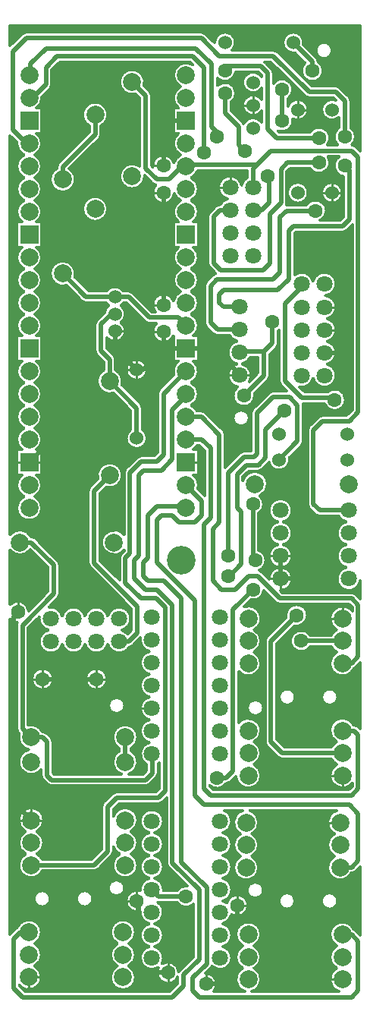
<source format=gbr>
G04 DesignSpark PCB Gerber Version 9.0 Build 5138 *
%FSLAX35Y35*%
%MOMM*%
%ADD88R,2.00000X2.00000*%
%ADD14C,0.25400*%
%ADD13C,0.30480*%
%ADD15C,0.50000*%
%ADD18C,1.52400*%
%ADD17C,1.60000*%
%ADD137C,1.80000*%
%ADD19C,2.00000*%
%ADD129C,3.20000*%
X0Y0D02*
D02*
D13*
X71120Y4331270D02*
Y821450D01*
X136330Y886650*
G75*
G02X152810Y898660I46440J-46410*
G01*
G75*
G02X421380Y840240I127930J-58420*
G01*
G75*
G02X345200Y715240I-140640*
G01*
G75*
G02Y465240I-64460J-125000*
G01*
G75*
G02X421380Y340240I-64460J-125000*
G01*
G75*
G02X173380Y249390I-140640*
G01*
Y242430*
X234930Y180880*
X1855550*
X1942100Y267430*
Y339300*
G75*
G02X1712100Y390240I-109360J50940*
G01*
G75*
G02X1726510Y447420I120630*
G01*
G75*
G02X1522100Y555240I-73770J107820*
G01*
G75*
G02X1622120Y682240I130640*
G01*
G75*
G02Y936240I30620J127000*
G01*
G75*
G02X1522100Y1063240I30620J127000*
G01*
G75*
G02X1522770Y1076430I130610J-20*
G01*
G75*
G02X1362100Y1190240I-40030J113810*
G01*
G75*
G02X1522770Y1304050I120640*
G01*
G75*
G02X1522100Y1317240I129940J13210*
G01*
G75*
G02X1622120Y1444240I130640*
G01*
G75*
G02Y1698240I30620J127000*
G01*
G75*
G02Y1952240I30620J127000*
G01*
G75*
G02X1522100Y2079240I30620J127000*
G01*
G75*
G02X1783380I130640*
G01*
G75*
G02X1683360Y1952240I-130640*
G01*
G75*
G02Y1698240I-30620J-127000*
G01*
G75*
G02Y1444240I-30620J-127000*
G01*
G75*
G02X1783380Y1317240I-30620J-127000*
G01*
G75*
G02X1782890Y1305880I-130650J-60*
G01*
X1931520*
G75*
G02X2044880Y1360270I101220J-65640*
G01*
X1836330Y1568830*
G75*
G02X1817100Y1615240I46410J46420*
G01*
Y2339270*
X1771650Y2293830*
G75*
G02X1725200Y2274600I-46420J46400*
G01*
X1284930*
X1223380Y2213050*
Y2137780*
G75*
G02X1496380Y2090240I132360J-47540*
G01*
G75*
G02X1420200Y1965240I-140640*
G01*
G75*
G02Y1715240I-64460J-125000*
G01*
G75*
G02X1496380Y1590240I-64460J-125000*
G01*
G75*
G02X1215100I-140640*
G01*
G75*
G02X1291280Y1715240I140640*
G01*
G75*
G02X1223380Y1792700I64470J125000*
G01*
Y1740240*
G75*
G02X1204150Y1693830I-65640J10*
G01*
X1054150Y1543830*
G75*
G02X1007700Y1524600I-46420J46400*
G01*
X430120*
G75*
G02X165100Y1590240I-124380J65640*
G01*
G75*
G02X241280Y1715240I140640*
G01*
G75*
G02Y1965240I64460J125000*
G01*
G75*
G02X165100Y2090240I64460J125000*
G01*
G75*
G02X446380I140640*
G01*
G75*
G02X370200Y1965240I-140640*
G01*
G75*
G02Y1715240I-64460J-125000*
G01*
G75*
G02X430120Y1655880I-64460J-124990*
G01*
X980550*
X1092100Y1767430*
Y2240240*
G75*
G02X1111330Y2286650I65640J-10*
G01*
X1211330Y2386650*
G75*
G02X1257780Y2405880I46420J-46400*
G01*
X1698050*
X1734600Y2442430*
Y2726850*
G75*
G02X1723380Y2719090I-79810J103400*
G01*
Y2615240*
G75*
G02X1704150Y2568830I-65640J10*
G01*
X1629150Y2493830*
G75*
G02X1582700Y2474600I-46420J46400*
G01*
X532780*
G75*
G02X486330Y2493830I-30J65630*
G01*
X436330Y2543830*
G75*
G02X417100Y2590240I46410J46420*
G01*
Y2654340*
G75*
G02X165100Y2740240I-111360J85900*
G01*
G75*
G02X276190Y2877740I140640*
G01*
G75*
G02X171800Y3058130I29550J137500*
G01*
X160900Y3069250*
G75*
G02X142100Y3115240I46840J45990*
G01*
Y4265240*
G75*
G02X149190Y4294900I65640J-10*
G01*
G75*
G02X71120Y4331270I8560J120350*
G01*
X1167100Y1335240D02*
G75*
G02X1348380I90640D01*
G01*
G75*
G02X1167100I-90640*
G01*
X1190100Y840240D02*
G75*
G02X1471380I140640D01*
G01*
G75*
G02X1395200Y715240I-140640*
G01*
G75*
G02Y465240I-64460J-125000*
G01*
G75*
G02X1471380Y340240I-64460J-125000*
G01*
G75*
G02X1190100I-140640*
G01*
G75*
G02X1266280Y465240I140640*
G01*
G75*
G02Y715240I64460J125000*
G01*
G75*
G02X1190100Y840240I64460J125000*
G01*
X902740Y1305880D02*
G75*
G02X993380Y1215240J-90640D01*
G01*
G75*
G02X902740Y1124600I-90640*
G01*
G75*
G02X812100Y1215240J90640*
G01*
G75*
G02X902740Y1305880I90640*
G01*
X427740D02*
G75*
G02X518380Y1215240J-90640D01*
G01*
G75*
G02X427740Y1124600I-90640*
G01*
G75*
G02X337100Y1215240J90640*
G01*
G75*
G02X427740Y1305880I90640*
G01*
X173380Y249390D02*
G36*
Y242430D01*
X219690Y196120*
X1870790*
X1942100Y267430*
Y339300*
G75*
G02X1712100Y390240I-109360J50940*
G01*
G75*
G02X1726510Y447420I120750J-20*
G01*
G75*
G02X1522100Y555240I-73770J107820*
G01*
G75*
G02X1526880Y590240I130650J-20*
G01*
X1471380*
G75*
G02X1395200Y465240I-140640*
G01*
G75*
G02X1471380Y340250I-64440J-124990*
G01*
G75*
G02Y340240I-114590*
G01*
G75*
G02X1190100I-140640*
G01*
G75*
G02Y340250I114590J10*
G01*
G75*
G02X1266280Y465240I140620*
G01*
G75*
G02X1190100Y590240I64460J125000*
G01*
X421380*
G75*
G02X345200Y465240I-140640*
G01*
G75*
G02X421380Y340250I-64440J-124990*
G01*
G75*
G02Y340240I-114590*
G01*
G75*
G02X173380Y249390I-140640*
G01*
G37*
X86360Y1215240D02*
G36*
Y836690D01*
X136330Y886650*
G75*
G02X152810Y898660I46370J-46310*
G01*
G75*
G02X421380Y840240I127930J-58420*
G01*
G75*
G02Y840230I-114590*
G01*
G75*
G02X345200Y715240I-140620*
G01*
G75*
G02X421380Y590240I-64460J-125000*
G01*
X1190100*
G75*
G02X1266280Y715240I140640*
G01*
G75*
G02X1190100Y840230I64440J124990*
G01*
G75*
G02Y840240I114590J10*
G01*
G75*
G02X1471380I140640*
G01*
G75*
G02Y840230I-114590*
G01*
G75*
G02X1395200Y715240I-140620*
G01*
G75*
G02X1471380Y590240I-64460J-125000*
G01*
X1526880*
G75*
G02X1622120Y682240I125870J-35000*
G01*
G75*
G02X1522100Y809240I30620J127000*
G01*
G75*
G02X1622120Y936240I130640*
G01*
G75*
G02X1522100Y1063240I30620J127000*
G01*
G75*
G02X1522770Y1076430I132210J-100*
G01*
G75*
G02X1362100Y1190240I-40030J113810*
G01*
G75*
G02X1364720Y1215240I120660J-10*
G01*
X993380*
G75*
G02X902740Y1124600I-90640*
G01*
G75*
G02X812100Y1215240J90640*
G01*
X518380*
G75*
G02X427740Y1124600I-90640*
G01*
G75*
G02X337100Y1215240J90640*
G01*
X86360*
G37*
Y1335240D02*
G36*
Y1215240D01*
X337100*
G75*
G02X427740Y1305880I90640*
G01*
G75*
G02X518380Y1215240J-90640*
G01*
X812100*
G75*
G02X902740Y1305880I90640*
G01*
G75*
G02X993380Y1215240J-90640*
G01*
X1364720*
G75*
G02X1522770Y1304050I118020J-25000*
G01*
G75*
G02X1522100Y1317240I131540J13290*
G01*
G75*
G02X1523350Y1335240I130650J-30*
G01*
X1348380*
G75*
G02X1167100I-90640*
G01*
X86360*
G37*
X1782130D02*
G36*
G75*
G02X1783380Y1317240I-129400J-18030D01*
G01*
G75*
G02Y1317110I-135430J-60*
G01*
G75*
G02X1782890Y1305880I-128980*
G01*
X1931520*
G75*
G02X1958380Y1335240I101220J-65630*
G01*
X1782130*
G37*
X86360Y4316030D02*
G36*
Y1335240D01*
X1167100*
G75*
G02X1348380I90640*
G01*
X1523350*
G75*
G02X1622120Y1444240I129400J-18000*
G01*
G75*
G02X1522100Y1571240I30620J127000*
G01*
G75*
G02X1622120Y1698240I130640*
G01*
G75*
G02X1522100Y1825240I30620J127000*
G01*
G75*
G02X1622120Y1952240I130640*
G01*
G75*
G02X1522100Y2079240I30620J127000*
G01*
G75*
G02X1783380I130640*
G01*
G75*
G02X1683360Y1952240I-130640*
G01*
G75*
G02X1783380Y1825240I-30620J-127000*
G01*
G75*
G02X1683360Y1698240I-130640*
G01*
G75*
G02X1783380Y1571240I-30620J-127000*
G01*
G75*
G02X1683360Y1444240I-130640*
G01*
G75*
G02X1782130Y1335240I-30630J-127000*
G01*
X1958380*
G75*
G02X2029640Y1360840I74350J-94990*
G01*
Y1375510*
X1836330Y1568830*
G75*
G02X1817100Y1615240I46400J46420*
G01*
Y2339270*
X1771650Y2293830*
G75*
G02X1725200Y2274600I-46410J46390*
G01*
X1284930*
X1223380Y2213050*
Y2137780*
G75*
G02X1496380Y2090240I132360J-47550*
G01*
G75*
G02Y2090230I-114590*
G01*
G75*
G02X1420200Y1965240I-140620*
G01*
G75*
G02X1496380Y1840240I-64460J-125000*
G01*
G75*
G02X1420200Y1715240I-140640*
G01*
G75*
G02X1496380Y1590250I-64440J-124990*
G01*
G75*
G02Y1590240I-114590*
G01*
G75*
G02X1215100I-140640*
G01*
G75*
G02Y1590250I114590J10*
G01*
G75*
G02X1291280Y1715240I140620*
G01*
G75*
G02X1223380Y1792700I64440J124970*
G01*
Y1740240*
G75*
G02X1204150Y1693830I-65630J10*
G01*
X1054150Y1543830*
G75*
G02X1007700Y1524600I-46410J46390*
G01*
X430120*
G75*
G02X165100Y1590240I-124380J65650*
G01*
G75*
G02Y1590250I114590J10*
G01*
G75*
G02X241280Y1715240I140620*
G01*
G75*
G02X165100Y1840240I64460J125000*
G01*
G75*
G02X241280Y1965240I140640*
G01*
G75*
G02X165100Y2090230I64440J124990*
G01*
G75*
G02Y2090240I114590J10*
G01*
G75*
G02X446380I140640*
G01*
G75*
G02Y2090230I-114590*
G01*
G75*
G02X370200Y1965240I-140620*
G01*
G75*
G02X446380Y1840240I-64460J-125000*
G01*
G75*
G02X370200Y1715240I-140640*
G01*
G75*
G02X430120Y1655880I-64490J-125020*
G01*
X980550*
X1092100Y1767430*
Y2240240*
G75*
G02X1111330Y2286650I65630J-10*
G01*
X1211330Y2386650*
G75*
G02X1257780Y2405880I46410J-46390*
G01*
X1698050*
X1734600Y2442430*
Y2726850*
G75*
G02X1723380Y2719090I-78980J102210*
G01*
Y2615240*
G75*
G02X1704150Y2568830I-65630J10*
G01*
X1629150Y2493830*
G75*
G02X1582700Y2474600I-46410J46390*
G01*
X532780*
G75*
G02X486330Y2493830I-40J65620*
G01*
X436330Y2543830*
G75*
G02X417100Y2590240I46400J46420*
G01*
Y2654340*
G75*
G02X165100Y2740240I-111360J85900*
G01*
G75*
G02X276190Y2877740I140640*
G01*
G75*
G02X165100Y3015240I29550J137500*
G01*
G75*
G02X171800Y3058130I140630*
G01*
X160900Y3069250*
G75*
G02X142100Y3115240I46850J45990*
G01*
Y4265240*
G75*
G02X149190Y4294900I65670J-20*
G01*
G75*
G02X89100Y4316030I8550J120330*
G01*
X86360*
G37*
X71120Y5102130D02*
Y4499210D01*
G75*
G02X277700Y4428030I86620J-83970*
G01*
X492100Y4642430*
Y4913050*
X295790Y5109360*
G75*
G02X71120Y5102130I-115050J80880*
G01*
G36*
Y4499210*
G75*
G02X277700Y4428030I86620J-83970*
G01*
X492100Y4642430*
Y4913050*
X295790Y5109360*
G75*
G02X71120Y5102130I-115050J80880*
G01*
G37*
Y9726590D02*
Y5278350D01*
G75*
G02X305120Y5255880I109620J-88110*
G01*
X307700*
G75*
G02X354150Y5236650I30J-65630*
G01*
X604150Y4986650*
G75*
G02X623380Y4940240I-46410J-46420*
G01*
Y4615240*
G75*
G02X604150Y4568830I-65640J10*
G01*
X504830Y4469500*
G75*
G02X523740Y4470880I18940J-129290*
G01*
G75*
G02X651650Y4366810J-130640*
G01*
G75*
G02X906240Y4369360I127590J-28070*
G01*
G75*
G02X1160240I127000J-30620*
G01*
G75*
G02X1417880Y4338740I127000J-30620*
G01*
G75*
G02X1317860Y4211740I-130640*
G01*
G75*
G02X1385970Y4170300I-30610J-127010*
G01*
X1424600Y4208930*
Y4449550*
X962830Y4911330*
G75*
G02X943600Y4957740I46410J46420*
G01*
Y5764740*
G75*
G02X962830Y5811150I65640J-10*
G01*
X1048370Y5896700*
G75*
G02X1182740Y6078880I134370J41540*
G01*
G75*
G02X1323380Y5938240J-140640*
G01*
G75*
G02X1141200Y5803870I-140650J10*
G01*
X1074880Y5737550*
Y4984930*
X1292100Y4767710*
Y5015240*
G75*
G02X1311330Y5061650I65640J-10*
G01*
X1342100Y5092430*
Y5104340*
G75*
G02X1090100Y5190240I-111360J85900*
G01*
G75*
G02X1342100Y5276140I140640*
G01*
Y5965240*
G75*
G02X1361330Y6011650I65640J-10*
G01*
X1486330Y6136650*
G75*
G02X1532780Y6155880I46420J-46400*
G01*
X1680550*
X1717100Y6192430*
Y6848180*
G75*
G02X1736330Y6894590I65640J-10*
G01*
X1899430Y7057700*
G75*
G02X1950610Y7212640I134370J41540*
G01*
X1893140*
Y7491600*
G75*
G02X1662100Y7540240I-110400J48640*
G01*
G75*
G02X1703380Y7631100I120640*
G01*
X1625280*
G75*
G02X1578830Y7650330I-30J65630*
G01*
X1367050Y7862100*
X1336900*
G75*
G02X1307910Y7832490I-96660J65640*
G01*
G75*
G02Y7641990I-67670J-95250*
G01*
G75*
G02X1240240Y7429900I-67670J-95250*
G01*
G75*
G02X1150880Y7471460J116840*
G01*
Y7353930*
X1229150Y7275650*
G75*
G02X1248380Y7229240I-46410J-46420*
G01*
Y7112620*
G75*
G02X1317110Y6946700I-65650J-124390*
G01*
X1529150Y6734650*
G75*
G02X1548380Y6688240I-46410J-46420*
G01*
Y6449900*
G75*
G02X1599580Y6353240I-65640J-96660*
G01*
G75*
G02X1365900I-116840*
G01*
G75*
G02X1417100Y6449900I116840*
G01*
Y6661050*
X1224280Y6853870*
G75*
G02X1117100Y7112620I-41540J134370*
G01*
Y7202050*
X1038830Y7280330*
G75*
G02X1019600Y7326740I46410J46420*
G01*
Y7621740*
G75*
G02X1038830Y7668150I65640J-10*
G01*
X1124600Y7753930*
G75*
G02X1172570Y7832490I115640J-16680*
G01*
G75*
G02X1143580Y7862100I67670J95250*
G01*
X918280*
G75*
G02X871830Y7881330I-30J65630*
G01*
X699280Y8053870*
G75*
G02X517100Y8188240I-41540J134370*
G01*
G75*
G02X657740Y8328880I140640*
G01*
G75*
G02X792110Y8146700I-10J-140650*
G01*
X945430Y7993380*
X1143580*
G75*
G02X1336900I96660J-65640*
G01*
X1394200*
G75*
G02X1440650Y7974150I30J-65630*
G01*
X1652430Y7762380*
X1690590*
G75*
G02X1662100Y7840240I92150J77860*
G01*
G75*
G02X1895060Y7884270I120640*
G01*
G75*
G02X1973380Y7988240I138740J-23030*
G01*
G75*
G02Y8242240I60420J127000*
G01*
G75*
G02X1950610Y8482640I60420J127000*
G01*
X1893140*
Y8763840*
X1950610*
G75*
G02X1973380Y9004240I83190J113400*
G01*
G75*
G02X1902920Y9079750I60420J127000*
G01*
G75*
G02X1662100Y9090240I-120180J10490*
G01*
G75*
G02X1696470Y9174570I120630*
G01*
G75*
G02X1661330Y9192830I11280J64660*
G01*
X1573240Y9280910*
G75*
G02X1573380Y9274740I-140640J-6280*
G01*
G75*
G02X1432740Y9134100I-140640*
G01*
G75*
G02X1292100Y9274740J140640*
G01*
G75*
G02X1517100Y9387270I140640*
G01*
Y10147550*
X1474280Y10190370*
G75*
G02X1292100Y10324740I-41540J134370*
G01*
G75*
G02X1432740Y10465380I140640*
G01*
G75*
G02X1567110Y10283200I-10J-140650*
G01*
X1629150Y10221150*
G75*
G02X1648380Y10174740I-46410J-46420*
G01*
Y9391430*
X1662830Y9376980*
G75*
G02X1898580Y9423920I119910J13260*
G01*
G75*
G02X1973380Y9512240I135220J-38690*
G01*
G75*
G02X1950610Y9752640I60420J127000*
G01*
X1893140*
Y10033840*
X1950610*
G75*
G02X1973380Y10274240I83190J113400*
G01*
G75*
G02X1893160Y10401240I60420J127000*
G01*
G75*
G02X2112050Y10518100I140640*
G01*
X2080550Y10549600*
X622430*
X535880Y10463050*
Y10296180*
G75*
G02X516650Y10249770I-65640J10*
G01*
X424090Y10157200*
G75*
G02X424440Y10147240I-140320J-9920*
G01*
G75*
G02X366990Y10033840I-140640*
G01*
X424440*
Y9752640*
X366990*
G75*
G02X344220Y9512240I-83190J-113400*
G01*
G75*
G02Y9258240I-60420J-127000*
G01*
G75*
G02Y9004240I-60420J-127000*
G01*
G75*
G02X366990Y8763840I-60420J-127000*
G01*
X424440*
Y8482640*
X366990*
G75*
G02X344220Y8242240I-83190J-113400*
G01*
G75*
G02Y7988240I-60420J-127000*
G01*
G75*
G02Y7734240I-60420J-127000*
G01*
G75*
G02X366990Y7493840I-60420J-127000*
G01*
X424440*
Y7212640*
X366990*
G75*
G02X344220Y6972240I-83190J-113400*
G01*
G75*
G02Y6718240I-60420J-127000*
G01*
G75*
G02Y6464240I-60420J-127000*
G01*
G75*
G02X366990Y6223840I-60420J-127000*
G01*
X424440*
Y5942640*
X366990*
G75*
G02X344220Y5702240I-83190J-113400*
G01*
G75*
G02X424440Y5575240I-60420J-127000*
G01*
G75*
G02X143160I-140640*
G01*
G75*
G02X223380Y5702240I140640*
G01*
G75*
G02X200610Y5942640I60420J127000*
G01*
X143140*
Y6223840*
X200610*
G75*
G02X223380Y6464240I83190J113400*
G01*
G75*
G02Y6718240I60420J127000*
G01*
G75*
G02Y6972240I60420J127000*
G01*
G75*
G02X200610Y7212640I60420J127000*
G01*
X143140*
Y7493840*
X200610*
G75*
G02X223380Y7734240I83190J113400*
G01*
G75*
G02Y7988240I60420J127000*
G01*
G75*
G02Y8242240I60420J127000*
G01*
G75*
G02X200610Y8482640I60420J127000*
G01*
X143140*
Y8763840*
X200610*
G75*
G02X223380Y9004240I83190J113400*
G01*
G75*
G02Y9258240I60420J127000*
G01*
G75*
G02Y9512240I60420J127000*
G01*
G75*
G02X143160Y9639240I60420J127000*
G01*
G75*
G02X143920Y9653800I140700J-40*
G01*
X71120Y9726590*
X1020240Y10100380D02*
G75*
G02X1085880Y9835360J-140640D01*
G01*
Y9739240*
G75*
G02X1066650Y9692830I-65640J10*
G01*
X731690Y9357870*
G75*
G02X657740Y9097600I-73950J-119630*
G01*
G75*
G02X592100Y9362620J140640*
G01*
Y9376740*
G75*
G02X611330Y9423150I65640J-10*
G01*
X954600Y9766430*
Y9835360*
G75*
G02X1020240Y10100380I65640J124380*
G01*
Y9050380D02*
G75*
G02X1160880Y8909740J-140640D01*
G01*
G75*
G02X1020240Y8769100I-140640*
G01*
G75*
G02X879600Y8909740J140640*
G01*
G75*
G02X1020240Y9050380I140640*
G01*
X1365900Y7115240D02*
G75*
G02X1599580I116840D01*
G01*
G75*
G02X1365900I-116840*
G01*
X86360D02*
G36*
Y5294510D01*
G75*
G02X305120Y5255880I94380J-104260*
G01*
X307700*
G75*
G02X354150Y5236650I40J-65620*
G01*
X604150Y4986650*
G75*
G02X623380Y4940240I-46400J-46420*
G01*
Y4615240*
G75*
G02X604150Y4568830I-65630J10*
G01*
X504830Y4469500*
G75*
G02X523740Y4470880I19040J-130600*
G01*
G75*
G02X651650Y4366810I10J-130630*
G01*
G75*
G02X906240Y4369360I127590J-28070*
G01*
G75*
G02X1160240I127000J-30620*
G01*
G75*
G02X1417880Y4338740I127000J-30630*
G01*
G75*
G02X1317860Y4211740I-130640*
G01*
G75*
G02X1370340Y4185540I-30660J-127070*
G01*
X1401210*
X1424600Y4208930*
Y4449550*
X962830Y4911330*
G75*
G02X943600Y4957740I46400J46420*
G01*
Y5764740*
G75*
G02X962830Y5811150I65630J-10*
G01*
X1048370Y5896700*
G75*
G02X1042090Y5938240I134370J41560*
G01*
G75*
G02X1182740Y6078880I140650*
G01*
G75*
G02X1323380Y5938250J-140630*
G01*
G75*
G02Y5938240I-190990*
G01*
G75*
G02X1141200Y5803870I-140650J10*
G01*
X1074880Y5737550*
Y4984930*
X1292100Y4767710*
Y5015240*
G75*
G02X1311330Y5061650I65630J-10*
G01*
X1342100Y5092430*
Y5104340*
G75*
G02X1090100Y5190240I-111360J85900*
G01*
G75*
G02X1342100Y5276140I140640*
G01*
Y5965240*
G75*
G02X1361330Y6011650I65630J-10*
G01*
X1486330Y6136650*
G75*
G02X1532780Y6155880I46410J-46390*
G01*
X1680550*
X1717100Y6192430*
Y6848180*
G75*
G02X1736330Y6894590I65630J-10*
G01*
X1899430Y7057700*
G75*
G02X1893150Y7099240I134350J41560*
G01*
G75*
G02X1894070Y7115240I140670J-60*
G01*
X1599580*
G75*
G02X1365900I-116840*
G01*
X1248380*
Y7112620*
G75*
G02X1323380Y6988230I-65660J-124390*
G01*
G75*
G02X1317110Y6946700I-140670*
G01*
X1529150Y6734650*
G75*
G02X1548380Y6688240I-46400J-46420*
G01*
Y6449900*
G75*
G02X1599580Y6353240I-65640J-96660*
G01*
G75*
G02X1365900I-116840*
G01*
G75*
G02X1417100Y6449900I116840*
G01*
Y6661050*
X1224280Y6853870*
G75*
G02X1042100Y6988240I-41540J134370*
G01*
G75*
G02X1117100Y7112620I140640*
G01*
Y7115240*
X423520*
G75*
G02X424440Y7099240I-139750J-16060*
G01*
G75*
G02X344220Y6972240I-140650*
G01*
G75*
G02X424440Y6845240I-60420J-127000*
G01*
G75*
G02X344220Y6718240I-140640*
G01*
G75*
G02X424440Y6591240I-60420J-127000*
G01*
G75*
G02X344220Y6464240I-140640*
G01*
G75*
G02X424440Y6337240I-60430J-127000*
G01*
G75*
G02X366990Y6223840I-140650*
G01*
X424440*
Y5942640*
X366990*
G75*
G02X424440Y5829240I-83200J-113400*
G01*
G75*
G02X344220Y5702240I-140650*
G01*
G75*
G02X424440Y5575240I-60440J-127010*
G01*
G75*
G02X143160I-140640*
G01*
G75*
G02Y5575260I163700J10*
G01*
G75*
G02X223380Y5702240I140610*
G01*
G75*
G02X143150Y5829240I60410J127000*
G01*
G75*
G02X200610Y5942640I140640*
G01*
X143140*
Y6223840*
X200610*
G75*
G02X143150Y6337240I83180J113400*
G01*
G75*
G02X223380Y6464240I140640*
G01*
G75*
G02X143160Y6591240I60420J127000*
G01*
G75*
G02X223380Y6718240I140640*
G01*
G75*
G02X143160Y6845240I60420J127000*
G01*
G75*
G02X223380Y6972240I140640*
G01*
G75*
G02X143150Y7099240I60410J127000*
G01*
G75*
G02X144070Y7115240I140650J-60*
G01*
X86360*
G37*
Y8909740D02*
G36*
Y7115240D01*
X144070*
G75*
G02X200610Y7212640I139720J-16000*
G01*
X143140*
Y7493840*
X200610*
G75*
G02X143150Y7607240I83180J113400*
G01*
G75*
G02X223380Y7734240I140640*
G01*
G75*
G02X143160Y7861240I60420J127000*
G01*
G75*
G02X223380Y7988240I140640*
G01*
G75*
G02X143160Y8115240I60420J127000*
G01*
G75*
G02X223380Y8242240I140640*
G01*
G75*
G02X143150Y8369240I60410J127000*
G01*
G75*
G02X200610Y8482640I140640*
G01*
X143140*
Y8763840*
X200610*
G75*
G02X143150Y8877240I83180J113400*
G01*
G75*
G02X146960Y8909740I140640J-10*
G01*
X86360*
G37*
X366990Y7212640D02*
G36*
G75*
G02X423520Y7115240I-83200J-113390D01*
G01*
X1117100*
Y7202050*
X1038830Y7280330*
G75*
G02X1019600Y7326740I46400J46420*
G01*
Y7621740*
G75*
G02X1038830Y7668150I65630J-10*
G01*
X1124600Y7753930*
G75*
G02X1172570Y7832490I115630J-16680*
G01*
G75*
G02X1143580Y7862100I67630J95210*
G01*
X918280*
G75*
G02X871830Y7881330I-40J65620*
G01*
X699280Y8053870*
G75*
G02X517100Y8188230I-41540J134360*
G01*
G75*
G02Y8188240I286480J10*
G01*
G75*
G02Y8188250I190990J10*
G01*
G75*
G02X657740Y8328880I140640*
G01*
G75*
G02X798380Y8188230J-140650*
G01*
G75*
G02X792110Y8146700I-140660*
G01*
X945430Y7993380*
X1143580*
G75*
G02X1336900I96660J-65640*
G01*
X1394200*
G75*
G02X1440650Y7974150I40J-65620*
G01*
X1652430Y7762380*
X1690590*
G75*
G02X1662100Y7840240I92170J77870*
G01*
G75*
G02X1895060Y7884270I120640*
G01*
G75*
G02X1973380Y7988240I138760J-23040*
G01*
G75*
G02X1893160Y8115240I60420J127000*
G01*
G75*
G02X1973380Y8242240I140640*
G01*
G75*
G02X1893150Y8369240I60410J127000*
G01*
G75*
G02X1950610Y8482640I140640*
G01*
X1893140*
Y8763840*
X1950610*
G75*
G02X1893150Y8877240I83180J113400*
G01*
G75*
G02X1896960Y8909740I140640J-10*
G01*
X1160880*
G75*
G02Y8909730I-190990*
G01*
G75*
G02X1020240Y8769100I-140640*
G01*
G75*
G02X879600Y8909730J140630*
G01*
G75*
G02Y8909740I190990J10*
G01*
X420630*
G75*
G02X424440Y8877240I-136830J-32510*
G01*
G75*
G02X366990Y8763840I-140650*
G01*
X424440*
Y8482640*
X366990*
G75*
G02X424440Y8369240I-83200J-113400*
G01*
G75*
G02X344220Y8242240I-140650*
G01*
G75*
G02X424440Y8115240I-60420J-127000*
G01*
G75*
G02X344220Y7988240I-140640*
G01*
G75*
G02X424440Y7861240I-60420J-127000*
G01*
G75*
G02X344220Y7734240I-140640*
G01*
G75*
G02X424440Y7607240I-60430J-127000*
G01*
G75*
G02X366990Y7493840I-140650*
G01*
X424440*
Y7212640*
X366990*
G37*
X1150880Y7471460D02*
G36*
Y7353930D01*
X1229150Y7275650*
G75*
G02X1248380Y7229240I-46400J-46420*
G01*
Y7115240*
X1365900*
G75*
G02X1599580I116840*
G01*
X1894070*
G75*
G02X1950610Y7212640I139720J-16000*
G01*
X1893140*
Y7491600*
G75*
G02X1662100Y7540240I-110400J48640*
G01*
G75*
G02Y7540260I143240J10*
G01*
G75*
G02X1703380Y7631100I120590*
G01*
X1625280*
G75*
G02X1578830Y7650330I-40J65620*
G01*
X1367050Y7862100*
X1336900*
G75*
G02X1307910Y7832490I-96620J65600*
G01*
G75*
G02X1357080Y7737240I-67670J-95250*
G01*
G75*
G02X1307910Y7641990I-116840*
G01*
G75*
G02X1357080Y7546740I-67680J-95250*
G01*
G75*
G02X1240240Y7429900I-116840*
G01*
G75*
G02X1150880Y7471460J116850*
G01*
G37*
X86360Y9598990D02*
G36*
Y8909740D01*
X146960*
G75*
G02X223380Y9004240I136830J-32500*
G01*
G75*
G02X143160Y9131240I60420J127000*
G01*
G75*
G02X223380Y9258240I140640*
G01*
G75*
G02X143160Y9385240I60420J127000*
G01*
G75*
G02X223380Y9512240I140640*
G01*
G75*
G02X149050Y9598990I60440J127010*
G01*
X86360*
G37*
X418550D02*
G36*
G75*
G02X344220Y9512240I-134760J40250D01*
G01*
G75*
G02X424440Y9385240I-60420J-127000*
G01*
G75*
G02X344220Y9258240I-140640*
G01*
G75*
G02X424440Y9131240I-60420J-127000*
G01*
G75*
G02X344220Y9004240I-140640*
G01*
G75*
G02X420630Y8909740I-60430J-127000*
G01*
X879600*
G75*
G02Y8909750I190990J10*
G01*
G75*
G02X1020240Y9050380I140640*
G01*
G75*
G02X1160880Y8909750J-140630*
G01*
G75*
G02Y8909740I-190990*
G01*
X1896960*
G75*
G02X1973380Y9004240I136830J-32500*
G01*
G75*
G02X1902920Y9079750I60410J127000*
G01*
G75*
G02X1662100Y9090230I-120180J10480*
G01*
G75*
G02Y9090240I286480J10*
G01*
G75*
G02Y9090250I190990J10*
G01*
G75*
G02X1696470Y9174570I120620*
G01*
G75*
G02X1661330Y9192830I11310J64720*
G01*
X1573240Y9280910*
G75*
G02X1573380Y9274740I-158080J-6670*
G01*
G75*
G02Y9274730I-190990*
G01*
G75*
G02X1432740Y9134100I-140640*
G01*
G75*
G02X1292100Y9274730J140630*
G01*
G75*
G02Y9274740I190990J10*
G01*
G75*
G02Y9274750I286480J10*
G01*
G75*
G02X1517100Y9387270I140640*
G01*
Y9598990*
X972810*
X731690Y9357870*
G75*
G02X798380Y9238240I-73950J-119630*
G01*
G75*
G02X657740Y9097600I-140640*
G01*
G75*
G02X517110Y9238240J140640*
G01*
G75*
G02X592100Y9362620I140640*
G01*
Y9376740*
G75*
G02X611330Y9423150I65630J-10*
G01*
X787160Y9598990*
X418550*
G37*
X1648380D02*
G36*
Y9391430D01*
X1662830Y9376980*
G75*
G02X1662100Y9390240I119880J13250*
G01*
G75*
G02X1898580Y9423920I120640*
G01*
G75*
G02X1973380Y9512240I135200J-38670*
G01*
G75*
G02X1899040Y9598990I60410J127000*
G01*
X1648380*
G37*
X86360Y9711350D02*
G36*
Y9598990D01*
X149050*
G75*
G02X143160Y9639240I134770J40280*
G01*
G75*
G02Y9639250I286480J10*
G01*
G75*
G02X143920Y9653800I139710*
G01*
X86360Y9711350*
G37*
X424440Y9639240D02*
G36*
G75*
G02X418550Y9598990I-140640J30D01*
G01*
X787160*
X954600Y9766430*
Y9835360*
G75*
G02X879610Y9959740I65650J124380*
G01*
G75*
G02X1020240Y10100380I140630*
G01*
G75*
G02X1160870Y9959740J-140640*
G01*
G75*
G02X1085880Y9835360I-140640*
G01*
Y9739240*
G75*
G02X1066650Y9692830I-65630J10*
G01*
X972810Y9598990*
X1517100*
Y10147550*
X1474280Y10190370*
G75*
G02X1292100Y10324730I-41540J134360*
G01*
G75*
G02Y10324740I286480J10*
G01*
G75*
G02Y10324750I190990J10*
G01*
G75*
G02X1432740Y10465380I140640*
G01*
G75*
G02X1573380Y10324730J-140650*
G01*
G75*
G02X1567110Y10283200I-140660*
G01*
X1629150Y10221150*
G75*
G02X1648380Y10174740I-46400J-46420*
G01*
Y9598990*
X1899040*
G75*
G02X1893150Y9639240I134750J40280*
G01*
G75*
G02X1950610Y9752640I140640*
G01*
X1893140*
Y10033840*
X1950610*
G75*
G02X1893150Y10147240I83180J113400*
G01*
G75*
G02X1973380Y10274240I140640*
G01*
G75*
G02X1893160Y10401240I60440J127010*
G01*
G75*
G02X1988440Y10534360I140640J-10*
G01*
X607190*
X535880Y10463050*
Y10296180*
G75*
G02X516650Y10249770I-65630J10*
G01*
X424090Y10157200*
G75*
G02X424440Y10147240I-145870J-10110*
G01*
G75*
G02Y10147230I-286480*
G01*
G75*
G02X366990Y10033840I-140630*
G01*
X424440*
Y9752640*
X366990*
G75*
G02X424440Y9639240I-83200J-113400*
G01*
G37*
X2095790Y10534360D02*
G36*
X2079170D01*
G75*
G02X2096810Y10526970I-45390J-133100*
G01*
Y10533340*
X2095790Y10534360*
G37*
X71120Y10951740D02*
Y10728950D01*
X203830Y10861650*
G75*
G02X250280Y10880880I46420J-46400*
G01*
X2207700*
G75*
G02X2254150Y10861650I30J-65630*
G01*
X2353950Y10761860*
G75*
G02X2353900Y10765240I116840J3420*
G01*
G75*
G02X2470740Y10882080I116840*
G01*
G75*
G02X2551580Y10680880J-116840*
G01*
X3007700*
G75*
G02X3054150Y10661650I30J-65630*
G01*
X3434930Y10280880*
X3707700*
G75*
G02X3754150Y10261650I30J-65630*
G01*
X3854150Y10161650*
G75*
G02X3873380Y10115240I-46410J-46420*
G01*
Y9816460*
G75*
G02X3886950Y9624250I-65630J-101220*
G01*
G75*
G02X3929150Y9605150I-4220J-65500*
G01*
X3980240Y9554070*
Y10951740*
X71120*
X3510880Y10552960D02*
G75*
G02X3565880Y10451740I-65640J-101220D01*
G01*
G75*
G02X3324600I-120640*
G01*
G75*
G02X3364120Y10541030I120640*
G01*
X3254670Y10650480*
G75*
G02X3115900Y10765240I-21930J114760*
G01*
G75*
G02X3232740Y10882080I116840*
G01*
G75*
G02X3347500Y10743310I10J-116830*
G01*
X3491650Y10599150*
G75*
G02X3510880Y10552960I-46410J-46420*
G01*
X3575240Y10767380D02*
G75*
G02X3665880Y10676740J-90640D01*
G01*
G75*
G02X3575240Y10586100I-90640*
G01*
G75*
G02X3484600Y10676740J90640*
G01*
G75*
G02X3575240Y10767380I90640*
G01*
X3298560Y10606590D02*
G36*
X3109210D01*
X3434930Y10280880*
X3707700*
G75*
G02X3754150Y10261650I40J-65620*
G01*
X3854150Y10161650*
G75*
G02X3873380Y10115240I-46400J-46420*
G01*
Y9816460*
G75*
G02X3928380Y9715240I-65640J-101220*
G01*
G75*
G02X3886950Y9624250I-120640*
G01*
G75*
G02X3929150Y9605150I-4210J-65460*
G01*
X3965000Y9569310*
Y10606590*
X3632630*
G75*
G02X3575240Y10586100I-57400J70150*
G01*
G75*
G02X3517850Y10606590I10J90640*
G01*
X3484210*
X3491650Y10599150*
G75*
G02X3510880Y10552960I-46390J-46410*
G01*
G75*
G02X3565880Y10451740I-65650J-101220*
G01*
G75*
G02X3324600I-120640*
G01*
G75*
G02X3364120Y10541030I120630*
G01*
X3298560Y10606590*
G37*
X86360Y10936500D02*
G36*
Y10744190D01*
X203830Y10861650*
G75*
G02X250280Y10880880I46410J-46390*
G01*
X2207700*
G75*
G02X2254150Y10861650I40J-65620*
G01*
X2353950Y10761860*
G75*
G02X2353900Y10764960I95250J3090*
G01*
G75*
G02Y10765240I94930J140*
G01*
G75*
G02Y10765250I286480J10*
G01*
G75*
G02X2470740Y10882080I116840*
G01*
G75*
G02X2587580Y10765240J-116840*
G01*
G75*
G02X2551580Y10680880I-116840*
G01*
X3007700*
G75*
G02X3054150Y10661650I40J-65620*
G01*
X3109210Y10606590*
X3298560*
X3254670Y10650480*
G75*
G02X3115900Y10765240I-21930J114760*
G01*
G75*
G02Y10765250I286480J10*
G01*
G75*
G02X3232740Y10882080I116840*
G01*
G75*
G02X3349580Y10765260J-116820*
G01*
G75*
G02X3347500Y10743310I-116850*
G01*
X3484210Y10606590*
X3517850*
G75*
G02X3484600Y10676740I57400J70160*
G01*
G75*
G02X3575240Y10767380I90640*
G01*
G75*
G02X3665880Y10676740J-90640*
G01*
G75*
G02X3632630Y10606590I-90650J10*
G01*
X3965000*
Y10936500*
X86360*
G37*
X273380Y4238050D02*
Y3152110D01*
G75*
G02X430120Y3080880I32360J-136870*
G01*
X432700*
G75*
G02X479150Y3061650I30J-65630*
G01*
X529150Y3011650*
G75*
G02X548380Y2965240I-46410J-46420*
G01*
Y2617430*
X559930Y2605880*
X1314180*
G75*
G02X1290100Y2864620I41560J134360*
G01*
Y2890860*
G75*
G02X1215100Y3015240I65640J124380*
G01*
G75*
G02X1496380I140640*
G01*
G75*
G02X1421380Y2890860I-140640*
G01*
Y2864620*
G75*
G02X1397300Y2605880I-65640J-124380*
G01*
X1555550*
X1592100Y2642430*
Y2715600*
G75*
G02X1624120Y2957240I62640J114640*
G01*
G75*
G02Y3211240I30620J127000*
G01*
G75*
G02Y3465240I30620J127000*
G01*
G75*
G02Y3719240I30620J127000*
G01*
G75*
G02Y3973240I30620J127000*
G01*
G75*
G02X1526500Y4125170I30610J127000*
G01*
X1439650Y4038330*
G75*
G02X1400420Y4019490I-46420J46400*
G01*
G75*
G02X1160240Y4054120I-113180J65250*
G01*
G75*
G02X906240I-127000J30620*
G01*
G75*
G02X652240I-127000J30620*
G01*
G75*
G02X394600Y4084740I-127000J30620*
G01*
G75*
G02X497170Y4212330I130640*
G01*
G75*
G02X393100Y4340240I26570J127910*
G01*
G75*
G02X394480Y4359150I130670J-30*
G01*
X273380Y4238050*
X1169100Y3370240D02*
G75*
G02X1350380I90640D01*
G01*
G75*
G02X1169100I-90640*
G01*
X912100Y3665240D02*
G75*
G02X1153380I120640D01*
G01*
G75*
G02X912100I-120640*
G01*
X312100D02*
G75*
G02X553380I120640D01*
G01*
G75*
G02X312100I-120640*
G01*
X288620Y3370240D02*
G36*
Y3154840D01*
G75*
G02X430120Y3080880I17110J-139610*
G01*
X432700*
G75*
G02X479150Y3061650I40J-65620*
G01*
X529150Y3011650*
G75*
G02X548380Y2965240I-46400J-46420*
G01*
Y2621120*
X1280970*
G75*
G02X1215100Y2740240I74770J119120*
G01*
G75*
G02X1290100Y2864620I140640J-10*
G01*
Y2890860*
G75*
G02X1215100Y3015240I65640J124380*
G01*
G75*
G02X1496380I140640*
G01*
G75*
G02X1421380Y2890860I-140640*
G01*
Y2864620*
G75*
G02X1496370Y2740240I-65650J-124380*
G01*
G75*
G02X1430500Y2621120I-140640*
G01*
X1570790*
X1592100Y2642430*
Y2715600*
G75*
G02X1524100Y2830240I62630J114640*
G01*
G75*
G02X1608880Y2952570I130640*
G01*
Y2961910*
G75*
G02X1524100Y3084240I45860J122330*
G01*
G75*
G02X1608880Y3206570I130640*
G01*
Y3215910*
G75*
G02X1524100Y3338240I45860J122330*
G01*
G75*
G02X1528080Y3370240I130650*
G01*
X1350380*
G75*
G02X1169100I-90640*
G01*
X288620*
G37*
Y3665240D02*
G36*
Y3370240D01*
X1169100*
G75*
G02X1350380I90640*
G01*
X1528080*
G75*
G02X1608880Y3460570I126660J-32000*
G01*
Y3469910*
G75*
G02X1524100Y3592240I45860J122330*
G01*
G75*
G02X1546400Y3665240I130640*
G01*
X1153380*
G75*
G02X912100I-120640*
G01*
X553380*
G75*
G02X312100I-120640*
G01*
X288620*
G37*
Y4253290D02*
G36*
Y3665240D01*
X312100*
G75*
G02X553380I120640*
G01*
X912100*
G75*
G02X1153380I120640*
G01*
X1546400*
G75*
G02X1608880Y3714570I108350J-73000*
G01*
Y3723910*
G75*
G02X1524100Y3846240I45860J122330*
G01*
G75*
G02X1608880Y3968570I130640*
G01*
Y3977910*
G75*
G02X1524100Y4100240I45860J122330*
G01*
G75*
G02X1526500Y4125170I130620J10*
G01*
X1439650Y4038330*
G75*
G02X1400420Y4019490I-46400J46360*
G01*
G75*
G02X1160240Y4054120I-113180J65260*
G01*
G75*
G02X906240I-127000J30620*
G01*
G75*
G02X652240I-127000J30620*
G01*
G75*
G02X394600Y4084740I-127000J30630*
G01*
G75*
G02X497170Y4212330I130640*
G01*
G75*
G02X393100Y4340230I26560J127900*
G01*
G75*
G02Y4340240I143240J10*
G01*
G75*
G02X393150Y4343910I132020J40*
G01*
X379240*
X288620Y4253290*
G37*
X1729780Y1174600D02*
G75*
G02X1719800Y1175360I-20J65580D01*
G01*
G75*
G02X1683360Y936240I-67060J-112120*
G01*
G75*
G02Y682240I-30620J-127000*
G01*
G75*
G02X1766550Y491100I-30630J-127000*
G01*
G75*
G02X1952870Y401270I66190J-100860*
G01*
G75*
G02X1961330Y411650I54870J-36080*
G01*
X2117100Y567430*
Y1154000*
G75*
G02X1931520Y1174600I-84360J86240*
G01*
X1729780*
G36*
G75*
G02X1719800Y1175360I-20J65580*
G01*
G75*
G02X1683360Y936240I-67060J-112120*
G01*
G75*
G02Y682240I-30620J-127000*
G01*
G75*
G02X1766550Y491100I-30630J-127000*
G01*
G75*
G02X1952870Y401270I66190J-100860*
G01*
G75*
G02X1961330Y411650I54870J-36080*
G01*
X2117100Y567430*
Y1154000*
G75*
G02X1931520Y1174600I-84360J86240*
G01*
X1729780*
G37*
X2094220Y6718240D02*
G75*
G02X2158710Y6655880I-60420J-127010D01*
G01*
X2209200*
G75*
G02X2255650Y6636650I30J-65630*
G01*
X2454150Y6438150*
G75*
G02X2473380Y6391740I-46410J-46420*
G01*
Y6027710*
X2633830Y6188150*
G75*
G02X2680280Y6207380I46420J-46400*
G01*
X2759600*
Y6631740*
G75*
G02X2778830Y6678150I65640J-10*
G01*
X2958830Y6858150*
G75*
G02X3005280Y6877380I46420J-46400*
G01*
X3161770*
X3093830Y6945330*
G75*
G02X3074600Y6991740I46410J46420*
G01*
Y7556740*
G75*
G02X3065880Y7550520I-74340J95000*
G01*
Y7411740*
G75*
G02X3046650Y7365330I-65640J10*
G01*
X2970880Y7289550*
Y7051740*
G75*
G02X2951650Y7005330I-65640J10*
G01*
X2798230Y6851900*
G75*
G02X2800880Y6826740I-118010J-25150*
G01*
G75*
G02X2559600I-120640*
G01*
G75*
G02X2609740Y6924640I120640*
G01*
G75*
G02X2602120Y7180240I23000J128600*
G01*
G75*
G02Y7434240I30620J127000*
G01*
G75*
G02X2519650Y7495830I30620J127010*
G01*
X2386610Y7496100*
G75*
G02X2340290Y7515360I130J65640*
G01*
X2261330Y7594330*
G75*
G02X2242100Y7640740I46410J46420*
G01*
Y8051740*
G75*
G02X2261330Y8098150I65640J-10*
G01*
X2336330Y8173150*
G75*
G02X2364390Y8189760I46420J-46410*
G01*
X2298830Y8255330*
G75*
G02X2279600Y8301740I46410J46420*
G01*
Y8826740*
G75*
G02X2298830Y8873150I65640J-10*
G01*
X2365830Y8940150*
G75*
G02X2412280Y8959380I46420J-46400*
G01*
X2414290*
G75*
G02X2496620Y9020740I112950J-65640*
G01*
G75*
G02X2527240Y9278380I30620J127000*
G01*
G75*
G02X2654830Y9175810J-130640*
G01*
G75*
G02X2717100Y9262190I127900J-26570*
G01*
Y9336100*
X2165580*
G75*
G02X2094220Y9258240I-131780J49150*
G01*
G75*
G02Y9004240I-60420J-127000*
G01*
G75*
G02X2116990Y8763840I-60420J-127000*
G01*
X2174440*
Y8482640*
X2116990*
G75*
G02X2094220Y8242240I-83190J-113400*
G01*
G75*
G02Y7988240I-60420J-127000*
G01*
G75*
G02Y7734240I-60420J-127000*
G01*
G75*
G02X2116990Y7493840I-60420J-127000*
G01*
X2174440*
Y7212640*
X2116990*
G75*
G02X2094220Y6972240I-83190J-113400*
G01*
G75*
G02Y6718240I-60420J-127000*
G01*
X2559600Y6576740D02*
G75*
G02X2740880I90640D01*
G01*
G75*
G02X2559600I-90640*
G01*
X2315560D02*
G36*
X2454150Y6438150D01*
G75*
G02X2473380Y6391740I-46400J-46420*
G01*
Y6042950*
X2488620*
X2633830Y6188150*
G75*
G02X2680280Y6207380I46410J-46390*
G01*
X2759600*
Y6576740*
X2740880*
G75*
G02X2559600I-90640*
G01*
X2315560*
G37*
X2109460Y6726690D02*
G36*
Y6709800D01*
G75*
G02X2158710Y6655880I-75670J-118560*
G01*
X2209200*
G75*
G02X2255650Y6636650I40J-65620*
G01*
X2315560Y6576740*
X2559600*
G75*
G02X2740880I90640*
G01*
X2759600*
Y6631740*
G75*
G02X2778830Y6678150I65630J-10*
G01*
X2958830Y6858150*
G75*
G02X3005280Y6877380I46410J-46390*
G01*
X3146530*
Y6892620*
X3093830Y6945330*
G75*
G02X3074600Y6991740I46400J46420*
G01*
Y7556740*
G75*
G02X3065880Y7550520I-72560J92500*
G01*
Y7411740*
G75*
G02X3046650Y7365330I-65630J10*
G01*
X2970880Y7289550*
Y7051740*
G75*
G02X2951650Y7005330I-65630J10*
G01*
X2798230Y6851900*
G75*
G02X2800880Y6826820I-117350J-25080*
G01*
G75*
G02Y6826740I-117530J-40*
G01*
G75*
G02X2559600I-120640*
G01*
G75*
G02Y6826760I114590J10*
G01*
G75*
G02X2609740Y6924640I120610*
G01*
G75*
G02X2502100Y7053240I23000J128600*
G01*
G75*
G02X2602120Y7180240I130640*
G01*
G75*
G02X2502100Y7307240I30620J127000*
G01*
G75*
G02X2602120Y7434240I130640*
G01*
G75*
G02X2519650Y7495830I30640J127040*
G01*
X2386610Y7496100*
G75*
G02X2340290Y7515360I130J65650*
G01*
X2261330Y7594330*
G75*
G02X2242100Y7640740I46400J46420*
G01*
Y8051740*
G75*
G02X2261330Y8098150I65630J-10*
G01*
X2336330Y8173150*
G75*
G02X2364390Y8189760I46470J-46500*
G01*
X2298830Y8255330*
G75*
G02X2279600Y8301740I46400J46420*
G01*
Y8826740*
G75*
G02X2298830Y8873150I65630J-10*
G01*
X2365830Y8940150*
G75*
G02X2412280Y8959380I46410J-46390*
G01*
X2414290*
G75*
G02X2496620Y9020740I112920J-65600*
G01*
G75*
G02X2396600Y9147740I30620J127000*
G01*
G75*
G02X2527240Y9278380I130640*
G01*
G75*
G02X2654830Y9175810J-130640*
G01*
G75*
G02X2717100Y9262190I127890J-26560*
G01*
Y9320860*
X2158840*
G75*
G02X2109460Y9266680I-125040J64370*
G01*
Y9249790*
G75*
G02X2174440Y9131240I-75660J-118550*
G01*
G75*
G02X2109460Y9012690I-140640*
G01*
Y8995790*
G75*
G02X2174440Y8877240I-75660J-118560*
G01*
G75*
G02X2116990Y8763840I-140650*
G01*
X2174440*
Y8482640*
X2116990*
G75*
G02X2174440Y8369240I-83200J-113400*
G01*
G75*
G02X2109460Y8250690I-140640J10*
G01*
Y8233790*
G75*
G02X2174440Y8115240I-75660J-118550*
G01*
G75*
G02X2109460Y7996690I-140640*
G01*
Y7979790*
G75*
G02X2174440Y7861240I-75660J-118550*
G01*
G75*
G02X2109460Y7742690I-140640*
G01*
Y7725790*
G75*
G02X2174440Y7607240I-75660J-118560*
G01*
G75*
G02X2116990Y7493840I-140650*
G01*
X2174440*
Y7212640*
X2116990*
G75*
G02X2174440Y7099240I-83200J-113400*
G01*
G75*
G02X2109460Y6980690I-140640J10*
G01*
Y6963790*
G75*
G02X2174440Y6845240I-75660J-118550*
G01*
G75*
G02X2109460Y6726690I-140640*
G01*
G37*
X2158180Y6271600D02*
G75*
G02X2116990Y6223840I-124380J65630D01*
G01*
X2174440*
Y5942640*
X2116990*
G75*
G02X2168170Y5787700I-83200J-113410*
G01*
X2242100Y5713770*
Y6213050*
X2183550Y6271600*
X2158180*
G36*
G75*
G02X2116990Y6223840I-124380J65630*
G01*
X2174440*
Y5942640*
X2116990*
G75*
G02X2168170Y5787700I-83200J-113410*
G01*
X2242100Y5713770*
Y6213050*
X2183550Y6271600*
X2158180*
G37*
X2298380Y2479000D02*
Y2467430D01*
X2334930Y2430880*
X3855550*
X3892100Y2467430*
Y2504340*
G75*
G02X3640100Y2590240I-111360J85900*
G01*
G75*
G02X3716280Y2715240I140640*
G01*
G75*
G02X3656360Y2774600I64460J124990*
G01*
X3107780*
G75*
G02X3061330Y2793830I-30J65630*
G01*
X2936330Y2918830*
G75*
G02X2917100Y2965240I46410J46420*
G01*
Y4089240*
G75*
G02X2936330Y4135650I65640J-10*
G01*
X3152250Y4351580*
G75*
G02X3149600Y4376740I118010J25150*
G01*
G75*
G02X3390880I120640*
G01*
G75*
G02X3245080Y4258750I-120640*
G01*
X3048380Y4062050*
Y2992430*
X3134930Y2905880*
X3656360*
G75*
G02X3716280Y2965240I124380J-65630*
G01*
G75*
G02X3640100Y3090240I64460J125000*
G01*
G75*
G02X3905120Y3155880I140640*
G01*
X3907700*
G75*
G02X3954150Y3136650I30J-65630*
G01*
X3980240Y3110570*
Y3844910*
X3929150Y3793830*
G75*
G02X3907580Y3779480I-46430J46400*
G01*
G75*
G02X3640100Y3840240I-126840J60760*
G01*
G75*
G02X3716280Y3965240I140640*
G01*
G75*
G02X3656360Y4024600I64460J124990*
G01*
X3421460*
G75*
G02X3199600Y4090240I-101220J65640*
G01*
G75*
G02X3421460Y4155880I120640*
G01*
X3656360*
G75*
G02X3716280Y4215240I124380J-65630*
G01*
G75*
G02X3640100Y4340240I64460J125000*
G01*
G75*
G02X3892100Y4426140I140640*
G01*
Y4463050*
X3855550Y4499600*
X3082780*
G75*
G02X3036330Y4518830I-30J65630*
G01*
X2902700Y4652450*
G75*
G02X2757580Y4547250I-119960J12790*
G01*
X2682780Y4472450*
G75*
G02X2795200Y4215240I47960J-132210*
G01*
G75*
G02Y3965240I-64460J-125000*
G01*
G75*
G02X2871380Y3840240I-64460J-125000*
G01*
G75*
G02X2623380Y3749390I-140640*
G01*
Y3181090*
G75*
G02X2871380Y3090240I107360J-90850*
G01*
G75*
G02X2795200Y2965240I-140640*
G01*
G75*
G02Y2715240I-64460J-125000*
G01*
G75*
G02X2871380Y2590240I-64460J-125000*
G01*
G75*
G02X2590460Y2580130I-140640*
G01*
X2529150Y2518830*
G75*
G02X2483970Y2499610I-46420J46400*
G01*
G75*
G02X2298380Y2479000I-101230J65630*
G01*
X3639740Y3555880D02*
G75*
G02X3730380Y3465240J-90640D01*
G01*
G75*
G02X3639740Y3374600I-90640*
G01*
G75*
G02X3549100Y3465240J90640*
G01*
G75*
G02X3639740Y3555880I90640*
G01*
X2719100Y3345240D02*
G75*
G02X2900380I90640D01*
G01*
G75*
G02X2719100I-90640*
G01*
X3164740Y3555880D02*
G75*
G02X3255380Y3465240J-90640D01*
G01*
G75*
G02X3164740Y3374600I-90640*
G01*
G75*
G02X3074100Y3465240J90640*
G01*
G75*
G02X3164740Y3555880I90640*
G01*
X2313620Y2466370D02*
G36*
Y2452190D01*
X2319690Y2446120*
X2363670*
G75*
G02X2313620Y2466370I19080J119150*
G01*
G37*
X2483970Y2499610D02*
G36*
G75*
G02X2401820Y2446120I-101230J65640D01*
G01*
X3870790*
X3892100Y2467430*
Y2504340*
G75*
G02X3640100Y2590240I-111360J85900*
G01*
G75*
G02Y2590250I114590J10*
G01*
G75*
G02X3716280Y2715240I140620*
G01*
G75*
G02X3656360Y2774600I64490J125020*
G01*
X3107780*
G75*
G02X3061330Y2793830I-40J65620*
G01*
X2936330Y2918830*
G75*
G02X2917100Y2965240I46400J46420*
G01*
Y3345240*
X2900380*
G75*
G02X2719100I-90640*
G01*
X2623380*
Y3181090*
G75*
G02X2871380Y3090240I107360J-90850*
G01*
G75*
G02Y3090230I-114590*
G01*
G75*
G02X2795200Y2965240I-140620*
G01*
G75*
G02X2871380Y2840240I-64460J-125000*
G01*
G75*
G02X2795200Y2715240I-140640*
G01*
G75*
G02X2871380Y2590250I-64440J-124990*
G01*
G75*
G02Y2590240I-114590*
G01*
G75*
G02X2590460Y2580130I-140640*
G01*
X2529150Y2518830*
G75*
G02X2483970Y2499610I-46430J46420*
G01*
G37*
X3048380Y3345240D02*
G36*
Y2992430D01*
X3134930Y2905880*
X3656360*
G75*
G02X3716280Y2965240I124410J-65660*
G01*
G75*
G02X3640100Y3090230I64440J124990*
G01*
G75*
G02Y3090240I114590J10*
G01*
G75*
G02X3905120Y3155880I140640J-10*
G01*
X3907700*
G75*
G02X3954150Y3136650I40J-65620*
G01*
X3965000Y3125800*
Y3345240*
X3048380*
G37*
X2623380Y3465240D02*
G36*
Y3345240D01*
X2719100*
G75*
G02X2900380I90640*
G01*
X2917100*
Y3465240*
X2623380*
G37*
X3048380D02*
G36*
Y3345240D01*
X3965000*
Y3465240*
X3730380*
G75*
G02X3639740Y3374600I-90640*
G01*
G75*
G02X3549100Y3465240J90640*
G01*
X3255380*
G75*
G02X3164740Y3374600I-90640*
G01*
G75*
G02X3074100Y3465240J90640*
G01*
X3048380*
G37*
X2623380Y3749390D02*
G36*
Y3465240D01*
X2917100*
Y4089240*
G75*
G02X2936330Y4135650I65630J-10*
G01*
X3152250Y4351580*
G75*
G02X3149600Y4376660I117350J25080*
G01*
G75*
G02Y4376740I117530J40*
G01*
G75*
G02X3390880I120640*
G01*
G75*
G02X3245080Y4258750I-120640*
G01*
X3048380Y4062050*
Y3465240*
X3074100*
G75*
G02X3164740Y3555880I90640*
G01*
G75*
G02X3255380Y3465240J-90640*
G01*
X3549100*
G75*
G02X3639740Y3555880I90640*
G01*
G75*
G02X3730380Y3465240J-90640*
G01*
X3965000*
Y3829670*
X3929150Y3793830*
G75*
G02X3907580Y3779480I-46420J46390*
G01*
G75*
G02X3640100Y3840240I-126840J60760*
G01*
G75*
G02Y3840250I114590J10*
G01*
G75*
G02X3716280Y3965240I140620*
G01*
G75*
G02X3656360Y4024600I64490J125020*
G01*
X3421460*
G75*
G02X3199600Y4090240I-101220J65640*
G01*
G75*
G02X3421460Y4155880I120640*
G01*
X3656360*
G75*
G02X3716280Y4215240I124410J-65660*
G01*
G75*
G02X3640100Y4340230I64440J124990*
G01*
G75*
G02Y4340240I114590J10*
G01*
G75*
G02X3892100Y4426140I140640*
G01*
Y4463050*
X3855550Y4499600*
X3082780*
G75*
G02X3036330Y4518830I-40J65620*
G01*
X2917940Y4637210*
X2900080*
G75*
G02X2757580Y4547250I-117330J28020*
G01*
X2682780Y4472450*
G75*
G02X2871380Y4340240I47960J-132210*
G01*
G75*
G02X2795200Y4215240I-140640*
G01*
G75*
G02X2871380Y4090240I-64460J-125000*
G01*
G75*
G02X2795200Y3965240I-140640*
G01*
G75*
G02X2871380Y3840250I-64440J-124990*
G01*
G75*
G02Y3840240I-114590*
G01*
G75*
G02X2623380Y3749390I-140640*
G01*
G37*
X2311650Y443830D02*
X2253640Y385810D01*
G75*
G02X2343980Y180880I4100J-120570*
G01*
X2689180*
G75*
G02X2666280Y440240I41560J134360*
G01*
G75*
G02Y690240I64460J125000*
G01*
G75*
G02X2590100Y815240I64460J125000*
G01*
G75*
G02X2871380I140640*
G01*
G75*
G02X2795200Y690240I-140640*
G01*
G75*
G02Y440240I-64460J-125000*
G01*
G75*
G02X2772300Y180880I-64460J-125000*
G01*
X3739180*
G75*
G02X3716280Y440240I41560J134360*
G01*
G75*
G02Y690240I64460J125000*
G01*
G75*
G02X3640100Y815240I64460J125000*
G01*
G75*
G02X3907580Y876000I140640*
G01*
G75*
G02X3929150Y861650I-24860J-60750*
G01*
X3980240Y810570*
Y1569910*
X3929150Y1518830*
G75*
G02X3882700Y1499600I-46420J46400*
G01*
X3880120*
G75*
G02X3615100Y1565240I-124380J65640*
G01*
G75*
G02X3691280Y1690240I140640*
G01*
G75*
G02Y1940240I64460J125000*
G01*
G75*
G02X3714180Y2199600I64460J125000*
G01*
X2747300*
G75*
G02X2770200Y1940240I-41560J-134360*
G01*
G75*
G02Y1690240I-64460J-125000*
G01*
G75*
G02X2846380Y1565240I-64460J-125000*
G01*
G75*
G02X2565100I-140640*
G01*
G75*
G02X2641280Y1690240I140640*
G01*
G75*
G02Y1940240I64460J125000*
G01*
G75*
G02X2664180Y2199600I64460J125000*
G01*
X2465540*
G75*
G02X2445360Y1952240I-50800J-120360*
G01*
G75*
G02Y1698240I-30620J-127000*
G01*
G75*
G02Y1444240I-30620J-127000*
G01*
G75*
G02Y1190240I-30620J-127000*
G01*
G75*
G02X2490710Y1169520I-30630J-127020*
G01*
G75*
G02X2728380Y1140240I117030J-29280*
G01*
G75*
G02X2543000Y1038440I-120640*
G01*
G75*
G02X2445360Y936240I-128270J24800*
G01*
G75*
G02Y682240I-30620J-127000*
G01*
G75*
G02X2545380Y555240I-30620J-127000*
G01*
G75*
G02X2324090Y461170I-130640*
G01*
G75*
G02X2311650Y443830I-58850J29090*
G01*
X3162740Y1280880D02*
G75*
G02Y1099600J-90640D01*
G01*
G75*
G02X3072100Y1190240J90640*
G01*
G75*
G02X3162740Y1280880I90640*
G01*
X3637740D02*
G75*
G02X3728380Y1190240J-90640D01*
G01*
G75*
G02X3637740Y1099600I-90640*
G01*
G75*
G02X3547100Y1190240J90640*
G01*
G75*
G02X3637740Y1280880I90640*
G01*
X2717100Y1310240D02*
G75*
G02X2898380I90640D01*
G01*
G75*
G02X2717100I-90640*
G01*
X2268880Y401050D02*
G36*
Y385360D01*
G75*
G02X2378380Y265240I-11140J-120120*
G01*
G75*
G02X2356620Y196120I-120640J-10*
G01*
X2655970*
G75*
G02X2590090Y315240I74760J119130*
G01*
G75*
G02X2666280Y440240I140640J-10*
G01*
G75*
G02X2590100Y565240I64460J125000*
G01*
G75*
G02X2666280Y690240I140640*
G01*
G75*
G02X2590100Y815230I64440J124990*
G01*
G75*
G02Y815240I114590J10*
G01*
G75*
G02X2871380I140640*
G01*
G75*
G02Y815230I-114590*
G01*
G75*
G02X2795200Y690240I-140620*
G01*
G75*
G02X2871380Y565240I-64460J-125000*
G01*
G75*
G02X2795200Y440240I-140640*
G01*
G75*
G02X2871390Y315240I-64450J-125010*
G01*
G75*
G02X2805510Y196120I-140640J10*
G01*
X3705970*
G75*
G02X3640090Y315240I74760J119130*
G01*
G75*
G02X3716280Y440240I140640J-10*
G01*
G75*
G02X3640100Y565240I64460J125000*
G01*
G75*
G02X3716280Y690240I140640*
G01*
G75*
G02X3640100Y815230I64440J124990*
G01*
G75*
G02Y815240I114590J10*
G01*
G75*
G02X3907580Y876000I140640*
G01*
G75*
G02X3929150Y861650I-24850J-60740*
G01*
X3965000Y825810*
Y1190240*
X3728380*
G75*
G02X3637740Y1099600I-90640*
G01*
G75*
G02X3547100Y1190240J90640*
G01*
X3253380*
G75*
G02X3162740Y1099600I-90640*
G01*
G75*
G02X3072100Y1190240J90640*
G01*
X2717530*
G75*
G02X2728380Y1140240I-109790J-50000*
G01*
G75*
G02Y1140230I-190990*
G01*
G75*
G02X2543000Y1038440I-120640*
G01*
G75*
G02X2445360Y936240I-128270J24800*
G01*
G75*
G02X2545380Y809240I-30620J-127000*
G01*
G75*
G02X2445360Y682240I-130640*
G01*
G75*
G02X2545380Y555240I-30620J-127000*
G01*
G75*
G02X2324090Y461170I-130640*
G01*
G75*
G02X2311650Y443830I-58780J29040*
G01*
X2268880Y401050*
G37*
X2445360Y1190240D02*
G36*
G75*
G02X2490710Y1169520I-30720J-127220D01*
G01*
G75*
G02X2497950Y1190240I117030J-29270*
G01*
X2445360*
G37*
G36*
X2497950*
G75*
G02X2717530I109790J-50010*
G01*
X3072100*
G75*
G02X3162740Y1280880I90640*
G01*
G75*
G02X3253380Y1190240J-90640*
G01*
X3547100*
G75*
G02X3637740Y1280880I90640*
G01*
G75*
G02X3728380Y1190240J-90640*
G01*
X3965000*
Y1310240*
X2898380*
G75*
G02X2717100I-90640*
G01*
X2545190*
G75*
G02X2445360Y1190240I-130450J7000*
G01*
G37*
X2545380Y1317240D02*
G36*
G75*
G02X2545190Y1310240I-130660J40D01*
G01*
X2717100*
G75*
G02X2898380I90640*
G01*
X3965000*
Y1554670*
X3929150Y1518830*
G75*
G02X3882700Y1499600I-46410J46390*
G01*
X3880120*
G75*
G02X3615100Y1565240I-124380J65650*
G01*
G75*
G02Y1565250I114590J10*
G01*
G75*
G02X3691280Y1690240I140620*
G01*
G75*
G02X3615100Y1815240I64460J125000*
G01*
G75*
G02X3691280Y1940240I140640*
G01*
G75*
G02X3615090Y2065240I64450J125010*
G01*
G75*
G02X3680970Y2184360I140640J-10*
G01*
X2780510*
G75*
G02X2846390Y2065240I-74760J-119130*
G01*
G75*
G02X2770200Y1940240I-140640J10*
G01*
G75*
G02X2846380Y1815240I-64460J-125000*
G01*
G75*
G02X2770200Y1690240I-140640*
G01*
G75*
G02X2846380Y1565250I-64440J-124990*
G01*
G75*
G02Y1565240I-114590*
G01*
G75*
G02X2565100I-140640*
G01*
G75*
G02Y1565250I114590J10*
G01*
G75*
G02X2641280Y1690240I140620*
G01*
G75*
G02X2565100Y1815240I64460J125000*
G01*
G75*
G02X2641280Y1940240I140640*
G01*
G75*
G02X2565090Y2065240I64450J125010*
G01*
G75*
G02X2630970Y2184360I140640J-10*
G01*
X2492310*
G75*
G02X2545380Y2079240I-77570J-105120*
G01*
G75*
G02X2445360Y1952240I-130640*
G01*
G75*
G02X2545380Y1825240I-30620J-127000*
G01*
G75*
G02X2445360Y1698240I-130640*
G01*
G75*
G02X2545380Y1571240I-30620J-127000*
G01*
G75*
G02X2445360Y1444240I-130640*
G01*
G75*
G02X2545380Y1317240I-30620J-127000*
G01*
G37*
X2385880Y10365500D02*
Y10287980D01*
G75*
G02X2590880Y10201740I84360J-86240*
G01*
G75*
G02X2535880Y10100520I-120640*
G01*
Y10003930*
X2666650Y9873150*
G75*
G02X2676680Y9860260I-46380J-46430*
G01*
G75*
G02X2879600Y9876580I106060J-49020*
G01*
Y9999900*
G75*
G02X2665900Y10065240I-96860J65340*
G01*
G75*
G02X2879600Y10130580I116840*
G01*
Y10253900*
G75*
G02X2665900Y10319240I-96860J65340*
G01*
G75*
G02X2879600Y10384580I116840*
G01*
Y10399550*
X2843050Y10436100*
X2589860*
G75*
G02X2385880Y10365500I-119620J15640*
G01*
G36*
Y10287980*
G75*
G02X2590880Y10201740I84360J-86240*
G01*
G75*
G02X2535880Y10100520I-120640*
G01*
Y10003930*
X2666650Y9873150*
G75*
G02X2676680Y9860260I-46380J-46430*
G01*
G75*
G02X2879600Y9876580I106060J-49020*
G01*
Y9999900*
G75*
G02X2665900Y10065240I-96860J65340*
G01*
G75*
G02X2879600Y10130580I116840*
G01*
Y10253900*
G75*
G02X2665900Y10319240I-96860J65340*
G01*
G75*
G02X2879600Y10384580I116840*
G01*
Y10399550*
X2843050Y10436100*
X2589860*
G75*
G02X2385880Y10365500I-119620J15640*
G01*
G37*
X2670880Y5919550D02*
Y5880140D01*
G75*
G02X2946380Y5840240I134860J-39900*
G01*
G75*
G02X2857880Y5709620I-140640*
G01*
G75*
G02X2848380Y5514020I-75140J-94380*
G01*
Y5103830*
G75*
G02X2851970Y4878000I-40640J-113590*
G01*
G75*
G02X2879150Y4861650I-19240J-62750*
G01*
X2959120Y4781690*
G75*
G02X2959100Y4784040I130580J2290*
G01*
G75*
G02X3059120Y4911040I130640*
G01*
G75*
G02Y5165040I30620J127000*
G01*
G75*
G02Y5419040I30620J127000*
G01*
G75*
G02X2959100Y5546040I30620J127000*
G01*
G75*
G02X3220380I130640*
G01*
G75*
G02X3120360Y5419040I-130640*
G01*
G75*
G02Y5165040I-30620J-127000*
G01*
G75*
G02Y4911040I-30620J-127000*
G01*
G75*
G02X3087390Y4653420I-30620J-127000*
G01*
X3109930Y4630880*
X3882700*
G75*
G02X3929150Y4611650I30J-65630*
G01*
X3980240Y4560570*
Y4760490*
G75*
G02X3721100Y4784040I-128500J23550*
G01*
G75*
G02X3821120Y4911040I130640*
G01*
G75*
G02Y5165040I30620J127000*
G01*
G75*
G02Y5419040I30620J127000*
G01*
G75*
G02X3738790Y5480400I30620J127000*
G01*
X3526980*
G75*
G02X3480530Y5499630I-30J65630*
G01*
X3411330Y5568830*
G75*
G02X3392100Y5615240I46410J46420*
G01*
Y6440240*
G75*
G02X3411330Y6486650I65640J-10*
G01*
X3511330Y6586650*
G75*
G02X3557780Y6605880I46420J-46400*
G01*
X3830550*
X3892100Y6667430*
Y8731770*
X3829150Y8668830*
G75*
G02X3782700Y8649600I-46420J46400*
G01*
X3259930*
X3248380Y8638050*
Y8177640*
G75*
G02X3453240Y8103360I77860J-104900*
G01*
G75*
G02X3710880Y8072740I127000J-30620*
G01*
G75*
G02X3593160Y7942740I-130640*
G01*
G75*
G02X3610860Y7685740I-12920J-130000*
G01*
G75*
G02Y7431740I-30620J-127000*
G01*
G75*
G02Y7177740I-30620J-127000*
G01*
G75*
G02X3580240Y6920100I-30620J-127000*
G01*
G75*
G02X3453240Y7020120J130640*
G01*
G75*
G02X3302540Y6922270I-127000J30630*
G01*
X3357430Y6867380*
X3610270*
G75*
G02X3815880Y6781740I84970J-85640*
G01*
G75*
G02X3583570Y6736100I-120640*
G01*
X3344290*
G75*
G02X3345880Y6721740I-64050J-14360*
G01*
Y6318740*
G75*
G02X3326650Y6272330I-65640J10*
G01*
X3188000Y6133670*
G75*
G02X2960910Y6079580I-114760J-21930*
G01*
X2886650Y6005330*
G75*
G02X2840200Y5986100I-46420J46400*
G01*
X2737430*
X2670880Y5919550*
G36*
Y5880140*
G75*
G02X2946380Y5840240I134860J-39900*
G01*
G75*
G02X2857880Y5709620I-140640*
G01*
G75*
G02X2848380Y5514020I-75140J-94380*
G01*
Y5103830*
G75*
G02X2851970Y4878000I-40640J-113590*
G01*
G75*
G02X2879150Y4861650I-19240J-62750*
G01*
X2959120Y4781690*
G75*
G02X2959100Y4784040I130580J2290*
G01*
G75*
G02X3059120Y4911040I130640*
G01*
G75*
G02Y5165040I30620J127000*
G01*
G75*
G02Y5419040I30620J127000*
G01*
G75*
G02X2959100Y5546040I30620J127000*
G01*
G75*
G02X3220380I130640*
G01*
G75*
G02X3120360Y5419040I-130640*
G01*
G75*
G02Y5165040I-30620J-127000*
G01*
G75*
G02Y4911040I-30620J-127000*
G01*
G75*
G02X3087390Y4653420I-30620J-127000*
G01*
X3109930Y4630880*
X3882700*
G75*
G02X3929150Y4611650I30J-65630*
G01*
X3980240Y4560570*
Y4760490*
G75*
G02X3721100Y4784040I-128500J23550*
G01*
G75*
G02X3821120Y4911040I130640*
G01*
G75*
G02Y5165040I30620J127000*
G01*
G75*
G02Y5419040I30620J127000*
G01*
G75*
G02X3738790Y5480400I30620J127000*
G01*
X3526980*
G75*
G02X3480530Y5499630I-30J65630*
G01*
X3411330Y5568830*
G75*
G02X3392100Y5615240I46410J46420*
G01*
Y6440240*
G75*
G02X3411330Y6486650I65640J-10*
G01*
X3511330Y6586650*
G75*
G02X3557780Y6605880I46420J-46400*
G01*
X3830550*
X3892100Y6667430*
Y8731770*
X3829150Y8668830*
G75*
G02X3782700Y8649600I-46420J46400*
G01*
X3259930*
X3248380Y8638050*
Y8177640*
G75*
G02X3453240Y8103360I77860J-104900*
G01*
G75*
G02X3710880Y8072740I127000J-30620*
G01*
G75*
G02X3593160Y7942740I-130640*
G01*
G75*
G02X3610860Y7685740I-12920J-130000*
G01*
G75*
G02Y7431740I-30620J-127000*
G01*
G75*
G02Y7177740I-30620J-127000*
G01*
G75*
G02X3580240Y6920100I-30620J-127000*
G01*
G75*
G02X3453240Y7020120J130640*
G01*
G75*
G02X3302540Y6922270I-127000J30630*
G01*
X3357430Y6867380*
X3610270*
G75*
G02X3815880Y6781740I84970J-85640*
G01*
G75*
G02X3583570Y6736100I-120640*
G01*
X3344290*
G75*
G02X3345880Y6721740I-64050J-14360*
G01*
Y6318740*
G75*
G02X3326650Y6272330I-65640J10*
G01*
X3188000Y6133670*
G75*
G02X2960910Y6079580I-114760J-21930*
G01*
X2886650Y6005330*
G75*
G02X2840200Y5986100I-46420J46400*
G01*
X2737430*
X2670880Y5919550*
G37*
X2750700Y7251100D02*
G75*
G02X2663360Y7180240I-117960J56140D01*
G01*
G75*
G02X2741430Y6980760I-30610J-127000*
G01*
X2839600Y7078930*
Y7251100*
X2750700*
G36*
G75*
G02X2663360Y7180240I-117960J56140*
G01*
G75*
G02X2741430Y6980760I-30610J-127000*
G01*
X2839600Y7078930*
Y7251100*
X2750700*
G37*
X2915160Y10549600D02*
G75*
G02X2916650Y10548150I-45080J-47810D01*
G01*
X2991650Y10473150*
G75*
G02X3010880Y10426740I-46410J-46420*
G01*
Y10312160*
G75*
G02X3228380Y10240240I96860J-71920*
G01*
G75*
G02X3173380Y10139020I-120640*
G01*
Y10056370*
G75*
G02X3399580Y10015240I109360J-41130*
G01*
G75*
G02X3226220Y9912980I-116840*
G01*
G75*
G02X3060630Y9779180I-118480J-22740*
G01*
X3072430Y9767380*
X3419020*
G75*
G02X3640880Y9701740I101220J-65640*
G01*
G75*
G02X3612810Y9624380I-120640*
G01*
X3728380*
G75*
G02X3742100Y9816460I79360J90860*
G01*
Y9928570*
G75*
G02X3546900Y10015240I-78360J86670*
G01*
G75*
G02X3705970Y10124180I116840*
G01*
X3680550Y10149600*
X3407780*
G75*
G02X3361330Y10168830I-30J65630*
G01*
X2980550Y10549600*
X2915160*
G36*
G75*
G02X2916650Y10548150I-45080J-47810*
G01*
X2991650Y10473150*
G75*
G02X3010880Y10426740I-46410J-46420*
G01*
Y10312160*
G75*
G02X3228380Y10240240I96860J-71920*
G01*
G75*
G02X3173380Y10139020I-120640*
G01*
Y10056370*
G75*
G02X3399580Y10015240I109360J-41130*
G01*
G75*
G02X3226220Y9912980I-116840*
G01*
G75*
G02X3060630Y9779180I-118480J-22740*
G01*
X3072430Y9767380*
X3419020*
G75*
G02X3640880Y9701740I101220J-65640*
G01*
G75*
G02X3612810Y9624380I-120640*
G01*
X3728380*
G75*
G02X3742100Y9816460I79360J90860*
G01*
Y9928570*
G75*
G02X3546900Y10015240I-78360J86670*
G01*
G75*
G02X3705970Y10124180I116840*
G01*
X3680550Y10149600*
X3407780*
G75*
G02X3361330Y10168830I-30J65630*
G01*
X2980550Y10549600*
X2915160*
G37*
X3157480Y8955880D02*
G75*
G02X3157780I150J-64140D01*
G01*
X3381520*
G75*
G02X3603380Y8890240I101220J-65640*
G01*
G75*
G02X3533680Y8780880I-120640*
G01*
X3755550*
X3792100Y8817430*
Y9270620*
G75*
G02X3744700Y9493100I15640J119620*
G01*
X3620990*
G75*
G02X3640880Y9426740I-100750J-66360*
G01*
G75*
G02X3419020Y9361100I-120640*
G01*
X3197430*
X3160880Y9324550*
Y8976740*
G75*
G02X3157480Y8955880I-65640J-10*
G01*
X3663740Y9207080D02*
G75*
G02X3780580Y9090240J-116840D01*
G01*
G75*
G02X3663740Y8973400I-116840*
G01*
G75*
G02X3546900Y9090240J116840*
G01*
G75*
G02X3663740Y9207080I116840*
G01*
X3282740D02*
G75*
G02X3399580Y9090240J-116840D01*
G01*
G75*
G02X3282740Y8973400I-116840*
G01*
G75*
G02X3165900Y9090240J116840*
G01*
G75*
G02X3282740Y9207080I116840*
G01*
X3172720Y9050900D02*
G36*
Y8955880D01*
X3381520*
G75*
G02X3603380Y8890240I101220J-65640*
G01*
G75*
G02X3558210Y8796120I-120660J10*
G01*
X3770790*
X3776860Y8802190*
Y9060990*
G75*
G02X3663740Y8973400I-113120J29250*
G01*
G75*
G02X3546900Y9090230J116830*
G01*
G75*
G02Y9090240I286480J10*
G01*
X3399580*
G75*
G02Y9090230I-286480*
G01*
G75*
G02X3282740Y8973400I-116840*
G01*
G75*
G02X3172720Y9050900I-10J116830*
G01*
G37*
Y9336390D02*
G36*
Y9129580D01*
G75*
G02X3282740Y9207080I110010J-39330*
G01*
G75*
G02X3399580Y9090250J-116830*
G01*
G75*
G02Y9090240I-286480*
G01*
X3546900*
G75*
G02Y9090250I286480J10*
G01*
G75*
G02X3663740Y9207080I116840*
G01*
G75*
G02X3776860Y9119490J-116840*
G01*
Y9273620*
G75*
G02X3687100Y9390240I30880J116620*
G01*
G75*
G02X3724810Y9477860I120640*
G01*
X3629510*
G75*
G02X3640880Y9426740I-109280J-51130*
G01*
G75*
G02X3419020Y9361100I-120640*
G01*
X3197430*
X3172720Y9336390*
G37*
D02*
D14*
X157740Y4482540D02*
Y4535880D01*
X187740Y1127940D02*
Y1074600D01*
Y1302540D02*
Y1355880D01*
X196500Y6083240D02*
X143140D01*
X218440Y2090240D02*
X165100D01*
X275040Y1215240D02*
X328380D01*
X280740Y252940D02*
Y199600D01*
X305740Y2177540D02*
Y2230880D01*
X365440Y3665240D02*
X312100D01*
X368040Y340240D02*
X421380D01*
X371100Y6083240D02*
X424440D01*
X393040Y2090240D02*
X446380D01*
X432740Y3597940D02*
Y3544600D01*
Y3732540D02*
Y3785880D01*
X500040Y3665240D02*
X553380D01*
X575440Y1215240D02*
X522100D01*
X662740Y1127940D02*
Y1074600D01*
Y1302540D02*
Y1355880D01*
X750040Y1215240D02*
X803380D01*
X965440Y3665240D02*
X912100D01*
X1032740Y3597940D02*
Y3544600D01*
Y3732540D02*
Y3785880D01*
X1100040Y3665240D02*
X1153380D01*
X1170440Y1095240D02*
X1117100D01*
X1240240Y7483240D02*
Y7429900D01*
X1257740Y1182540D02*
Y1235880D01*
X1259740Y3522940D02*
Y3469600D01*
Y3697540D02*
Y3750880D01*
X1303740Y7546740D02*
X1357080D01*
X1345040Y1095240D02*
X1398380D01*
X1347040Y3610240D02*
X1400380D01*
X1415440Y1190240D02*
X1362100D01*
X1419240Y7115240D02*
X1365900D01*
X1482740Y1122940D02*
Y1069600D01*
Y1257540D02*
Y1310880D01*
Y7051740D02*
Y6998400D01*
Y7178740D02*
Y7232080D01*
X1546240Y7115240D02*
X1599580D01*
X1577440Y3338240D02*
X1524100D01*
X1715440Y7540240D02*
X1662100D01*
X1715440Y7840240D02*
X1662100D01*
X1715440Y9090240D02*
X1662100D01*
X1715440Y9390240D02*
X1662100D01*
X1765440Y390240D02*
X1712100D01*
X1782740Y7472940D02*
Y7419600D01*
Y7907540D02*
Y7960880D01*
Y9022940D02*
Y8969600D01*
Y9457540D02*
Y9510880D01*
X1832740Y322940D02*
Y269600D01*
Y457540D02*
Y510880D01*
X1946500Y7353240D02*
X1893140D01*
X1946500Y9893240D02*
X1893140D01*
X2121100Y6083240D02*
X2174440D01*
X2121100Y7353240D02*
X2174440D01*
X2257740Y332540D02*
Y385880D01*
X2325040Y265240D02*
X2378380D01*
X2449940Y9147740D02*
X2396600D01*
X2527240Y9225040D02*
Y9278380D01*
X2555440Y7053240D02*
X2502100D01*
X2562940Y6336740D02*
X2509600D01*
X2607740Y1072940D02*
Y1019600D01*
Y1207540D02*
Y1260880D01*
X2650240Y6424040D02*
Y6477380D01*
X2675040Y1140240D02*
X2728380D01*
X2710040Y7053240D02*
X2763380D01*
X2719240Y10065240D02*
X2665900D01*
X2722440Y3585240D02*
X2669100D01*
X2782740Y10001740D02*
Y9948400D01*
Y10128740D02*
Y10182080D01*
X2807740Y1157540D02*
Y1210880D01*
X2809740Y3497940D02*
Y3444600D01*
X2895040Y1070240D02*
X2948380D01*
X3012440Y4784040D02*
X2959100D01*
X3012440Y5038040D02*
X2959100D01*
X3089740Y4706740D02*
Y4653400D01*
X3167040Y4784040D02*
X3220380D01*
X3167040Y5038040D02*
X3220380D01*
X3282740Y9951740D02*
Y9898400D01*
Y10078740D02*
Y10132080D01*
X3315440Y1190240D02*
X3262100D01*
X3317440Y3465240D02*
X3264100D01*
X3346240Y10015240D02*
X3399580D01*
X3402740Y1102940D02*
Y1049600D01*
Y1277540D02*
Y1330880D01*
X3404740Y3377940D02*
Y3324600D01*
Y3552540D02*
Y3605880D01*
X3490040Y1190240D02*
X3543380D01*
X3492040Y3465240D02*
X3545380D01*
X3600240Y9090240D02*
X3546900D01*
X3657540Y7304740D02*
X3710880D01*
X3657540Y7558740D02*
X3710880D01*
X3657540Y7812740D02*
X3710880D01*
X3663740Y9026740D02*
Y8973400D01*
Y9153740D02*
Y9207080D01*
X3668440Y2065240D02*
X3615100D01*
X3693440Y315240D02*
X3640100D01*
X3693440Y2590240D02*
X3640100D01*
X3693440Y4340240D02*
X3640100D01*
X3727240Y9090240D02*
X3780580D01*
X3727940Y10676740D02*
X3674600D01*
X3780740Y2502940D02*
Y2449600D01*
Y4427540D02*
Y4480880D01*
X3790440Y1190240D02*
X3737100D01*
X3792440Y3465240D02*
X3739100D01*
X3815240Y10589440D02*
Y10536100D01*
Y10764040D02*
Y10817380D01*
X3877740Y1102940D02*
Y1049600D01*
Y1277540D02*
Y1330880D01*
X3879740Y3377940D02*
Y3324600D01*
Y3552540D02*
Y3605880D01*
X3902540Y10676740D02*
X3955880D01*
D02*
D15*
X280740Y840240D02*
X182740D01*
X107740Y765240*
Y215240*
X207740Y115240*
X1882740*
X2007740Y240240*
Y365240*
X2182740Y540240*
Y1315240*
X1882740Y1615240*
Y4490240*
X1707740Y4665240*
X1582740*
X1457740Y4790240*
Y4990240*
X1507740Y5040240*
Y5940240*
X1557740Y5990240*
X1757740*
X1882740Y6115240*
Y6669180*
X2033800Y6820240*
Y6845240*
X305740Y1590240D02*
X1007740D01*
X1157740Y1740240*
Y2240240*
X1257740Y2340240*
X1725240*
X1800240Y2415240*
Y4465240*
X1700240Y4565240*
X1532740*
X1357740Y4740240*
Y5015240*
X1407740Y5065240*
Y5965240*
X1532740Y6090240*
X1707740*
X1782740Y6165240*
Y6848180*
X2033800Y7099240*
X305740Y2090240D02*
Y2092240D01*
X107740Y2290240*
Y4365240*
X157740Y4415240*
X305740Y3015240D02*
Y3017240D01*
X207740Y3115240*
Y4265240*
X557740Y4615240*
Y4940240*
X307740Y5190240*
X180740*
X305740Y3015240D02*
X432740D01*
X482740Y2965240*
Y2590240*
X532740Y2540240*
X1582740*
X1657740Y2615240*
Y2827240*
X1654740Y2830240*
X657740Y9238240D02*
Y9376740D01*
X1020240Y9739240*
Y9959740*
X1032740Y3665240D02*
X432740D01*
X1182740Y6988240D02*
Y7229240D01*
X1085240Y7326740*
Y7621740*
X1200740Y7737240*
X1240240*
Y7546740D02*
Y7357740D01*
X1482740Y7115240*
X1240240Y7927740D02*
X918240D01*
X657740Y8188240*
X1240240Y7927740D02*
X1394240D01*
X1625240Y7696740*
X1944300*
X2033800Y7607240*
X1287240Y4084740D02*
X1393240D01*
X1490240Y4181740*
Y4476740*
X1009240Y4957740*
Y5764740*
X1182740Y5938240*
X1355740Y2740240D02*
Y3015240D01*
X1482740Y6353240D02*
Y6688240D01*
X1182740Y6988240*
X1482740Y7115240D02*
X1557740D01*
X1682740Y7240240*
Y6290240*
X1607740Y6215240*
X415800*
X283800Y6083240*
X1782740Y7540240D02*
Y7366240D01*
X1795740Y7353240*
X1782740Y9090240D02*
Y7840240D01*
X1795740Y7353240D02*
X1682740Y7240240D01*
X1832740Y390240D02*
X1557740D01*
X1507740Y440240*
Y1165240*
X1482740Y1190240*
X2032740Y1240240D02*
X1729740D01*
X1652740Y1317240*
X2033800Y6337240D02*
X2210740D01*
X2307740Y6240240*
Y5465240*
X2232740Y5390240*
Y2440240*
X2307740Y2365240*
X3882740*
X3957740Y2440240*
Y3040240*
X3907740Y3090240*
X3780740*
X2033800Y7353240D02*
X1795740D01*
X2033800Y9385240D02*
X1991240D01*
X1845240Y9239240*
X1707740*
X1582740Y9364240*
Y10174740*
X1432740Y10324740*
X2033800Y9893240D02*
X1885740D01*
X1782740Y9790240*
Y9390240*
X2232740Y9540240D02*
Y10490240D01*
X2107740Y10615240*
X595240*
X470240Y10490240*
Y10296180*
X321300Y10147240*
X283800*
X2382740Y2565240D02*
X2482740D01*
X2557740Y2640240*
Y4440240*
X2782740Y4665240*
X2382740Y9715240D02*
Y9764240D01*
X2320240Y9826740*
Y10526740*
X2145240Y10701740*
X470240*
X295240Y10526740*
Y10412680*
X283800Y10401240*
X2507740Y4815240D02*
X2518740D01*
X2650240Y4946740*
Y5531740*
X2605240Y5576740*
Y5946740*
X2710240Y6051740*
X2840240*
X2920240Y6131740*
Y6446740*
X3130240Y6656740*
X2507740Y5040240D02*
Y5969240D01*
X2680240Y6141740*
X2790240*
X2825240Y6176740*
Y6631740*
X3005240Y6811740*
X3190240*
X3280240Y6721740*
Y6318740*
X3073240Y6111740*
X2527240Y8893740D02*
X2412240D01*
X2345240Y8826740*
Y8301740*
X2420240Y8226740*
X2895240*
X2970240Y8301740*
Y8851740*
X3095240Y8976740*
Y9351740*
X3170240Y9426740*
X3520240*
X2607740Y1140240D02*
Y1015240D01*
X2557740Y965240*
Y315240*
X2507740Y265240*
X2257740*
X2632740Y7053240D02*
Y7064240D01*
X2345240Y7351740*
X2035300*
X2033800Y7353240*
X2632740Y7561240D02*
Y7561740D01*
X2386740*
X2307740Y7640740*
Y8051740*
X2382740Y8126740*
X3007740*
X3082740Y8201740*
Y8815240*
X3157740Y8890240*
X3482740*
X2632740Y7815240D02*
X2457740D01*
X2407740Y7865240*
Y7951740*
X2457740Y8001740*
X3057740*
X3182740Y8126740*
Y8665240*
X3232740Y8715240*
X3782740*
X3857740Y8790240*
Y9340240*
X3807740Y9390240*
X2695240Y9551740D02*
X2620240Y9626740D01*
Y9826740*
X2470240Y9976740*
Y10201740*
X2781240Y8893740D02*
X2882240D01*
X2965240Y8976740*
Y9251740*
X2945240Y9271740*
Y9276740*
X2782740Y9149240D02*
Y9358740D01*
X2832740Y9408740*
X2807740Y4990240D02*
Y5015240D01*
X2782740Y5040240*
Y5615240*
X2832740Y9408740D02*
Y9401740D01*
X2038800*
X2033800Y9396740*
Y9385240*
X2905240Y7316740D02*
Y7051740D01*
X2680240Y6826740*
X2905240Y7316740D02*
X2642240D01*
X2632740Y7307240*
X3000240Y7651740D02*
Y7411740D01*
X2905240Y7316740*
X3089740Y5038040D02*
Y4784040D01*
X3107740Y9890240D02*
Y10240240D01*
X3320240Y4090240D02*
X3780740D01*
X3326240Y8072740D02*
Y8042740D01*
X3140240Y7856740*
Y6991740*
X3330240Y6801740*
X3695240*
Y6781740*
X3445240Y10451740D02*
Y10552740D01*
X3232740Y10765240*
X3520240Y9701740D02*
X3045240D01*
X2945240Y9801740*
Y10426740*
X2870240Y10501740*
X2470240*
Y10451740*
X3580240Y7304740D02*
X3768240D01*
X3857740Y7215240*
Y6690240*
X3807740Y6640240*
X3532740*
X3357740Y6465240*
Y4865240*
X3282740Y4790240*
X3095940*
X3089740Y4784040*
X3755740Y1565240D02*
X3882740D01*
X3957740Y1640240*
Y2165240*
X3857740Y2265240*
X2232740*
X2132740Y2365240*
Y4540240*
X1707740Y4965240*
Y5440240*
X1757740Y5490240*
X1882740*
X1957740Y5415240*
X2132740*
X2207740Y5490240*
Y5655300*
X2033800Y5829240*
X3780740Y815240D02*
X3882740D01*
X3957740Y740240*
Y190240*
X3882740Y115240*
X2182740*
X2107740Y190240*
Y332740*
X2265240Y490240*
Y1340240*
X1982740Y1622740*
Y4565240*
X1782740Y4765240*
X1607740*
X1557740Y4815240*
Y4965240*
X1607740Y5015240*
Y5490240*
X1707740Y5590240*
X2018800*
X2033800Y5575240*
X3780740Y2840240D02*
X3107740D01*
X2982740Y2965240*
Y4089240*
X3270240Y4376740*
X3780740Y3840240D02*
X3882740D01*
X3957740Y3915240*
Y4490240*
X3882740Y4565240*
X3082740*
X2832740Y4815240*
X2732740*
X2582740Y4665240*
X2432740*
X2332740Y4765240*
Y5340240*
X2407740Y5415240*
Y6391740*
X2209240Y6590240*
X2034800*
X2033800Y6591240*
X3807740Y9715240D02*
Y10115240D01*
X3707740Y10215240*
X3407740*
X3007740Y10615240*
X2407740*
X2207740Y10815240*
X250240*
X100240Y10665240*
Y9790300*
X251300Y9639240*
X283800*
X3851740Y5546040D02*
X3526940D01*
X3457740Y5615240*
Y6440240*
X3557740Y6540240*
X3857740*
X3957740Y6640240*
Y9483740*
X3882740Y9558740*
X2982740*
X2832740Y9408740*
D02*
D17*
X157740Y4415240D03*
X432740Y3665240D03*
X1032740D03*
X1482740Y1190240D03*
X1782740Y7540240D03*
Y7840240D03*
Y9090240D03*
Y9390240D03*
X1832740Y390240D03*
X2032740Y1240240D03*
X2232740Y9540240D03*
X2257740Y265240D03*
X2382740Y2565240D03*
Y9715240D03*
X2470240Y10201740D03*
Y10451740D03*
X2507740Y4815240D03*
Y5040240D03*
X2607740Y1140240D03*
X2680240Y6826740D03*
X2695240Y9551740D03*
X2782740Y4665240D03*
Y5615240D03*
X2807740Y4990240D03*
X2945240Y9276740D03*
X3000240Y7651740D03*
X3107740Y9890240D03*
Y10240240D03*
X3130240Y6656740D03*
X3270240Y4376740D03*
X3320240Y4090240D03*
X3445240Y10451740D03*
X3482740Y8890240D03*
X3520240Y9426740D03*
Y9701740D03*
X3695240Y6781740D03*
X3807740Y9390240D03*
Y9715240D03*
D02*
D18*
X1240240Y7546740D03*
Y7737240D03*
Y7927740D03*
X1482740Y6353240D03*
Y7115240D03*
X2470740Y10765240D03*
X2782740Y9811240D03*
Y10065240D03*
Y10319240D03*
X3073240Y6111740D03*
Y6396740D03*
X3232740Y10765240D03*
X3282740Y9090240D03*
Y10015240D03*
X3663740Y9090240D03*
Y10015240D03*
X3835240Y6111740D03*
Y6396740D03*
D02*
D19*
X180740Y5190240D03*
X280740Y340240D03*
Y590240D03*
Y840240D03*
X283800Y5575240D03*
Y5829240D03*
Y6337240D03*
Y6591240D03*
Y6845240D03*
Y7099240D03*
Y7607240D03*
Y7861240D03*
Y8115240D03*
Y8369240D03*
Y8877240D03*
Y9131240D03*
Y9385240D03*
Y9639240D03*
Y10147240D03*
Y10401240D03*
X305740Y1590240D03*
Y1840240D03*
Y2090240D03*
Y2740240D03*
Y3015240D03*
X657740Y8188240D03*
Y9238240D03*
X1020240Y8909740D03*
Y9959740D03*
X1182740Y5938240D03*
Y6988240D03*
X1230740Y5190240D03*
X1330740Y340240D03*
Y590240D03*
Y840240D03*
X1355740Y1590240D03*
Y1840240D03*
Y2090240D03*
Y2740240D03*
Y3015240D03*
X1432740Y9274740D03*
Y10324740D03*
X2033800Y5575240D03*
Y5829240D03*
Y6337240D03*
Y6591240D03*
Y6845240D03*
Y7099240D03*
Y7607240D03*
Y7861240D03*
Y8115240D03*
Y8369240D03*
Y8877240D03*
Y9131240D03*
Y9385240D03*
Y9639240D03*
Y10147240D03*
Y10401240D03*
X2705740Y1565240D03*
Y1815240D03*
Y2065240D03*
X2730740Y315240D03*
Y565240D03*
Y815240D03*
Y2590240D03*
Y2840240D03*
Y3090240D03*
Y3840240D03*
Y4090240D03*
Y4340240D03*
X2805740Y5840240D03*
X3755740Y1565240D03*
Y1815240D03*
Y2065240D03*
X3780740Y315240D03*
Y565240D03*
Y815240D03*
Y2590240D03*
Y2840240D03*
Y3090240D03*
Y3840240D03*
Y4090240D03*
Y4340240D03*
X3855740Y5840240D03*
D02*
D88*
X283800Y6083240D03*
Y7353240D03*
Y8623240D03*
Y9893240D03*
X2033800Y6083240D03*
Y7353240D03*
Y8623240D03*
Y9893240D03*
D02*
D129*
X1982740Y4990240D03*
D02*
D137*
X523740Y4340240D03*
X525240Y4084740D03*
X779240D03*
Y4338740D03*
X1033240Y4084740D03*
Y4338740D03*
X1287240Y4084740D03*
Y4338740D03*
X1652740Y555240D03*
Y809240D03*
Y1063240D03*
Y1317240D03*
Y1571240D03*
Y1825240D03*
Y2079240D03*
X1654740Y2830240D03*
Y3084240D03*
Y3338240D03*
Y3592240D03*
Y3846240D03*
Y4100240D03*
Y4354240D03*
X2414740Y555240D03*
Y809240D03*
Y1063240D03*
Y1317240D03*
Y1571240D03*
Y1825240D03*
Y2079240D03*
X2416740Y2830240D03*
Y3084240D03*
Y3338240D03*
Y3592240D03*
Y3846240D03*
Y4100240D03*
Y4354240D03*
X2527240Y8385740D03*
Y8639740D03*
Y8893740D03*
Y9147740D03*
X2632740Y7053240D03*
Y7307240D03*
Y7561240D03*
Y7815240D03*
X2781240Y8385740D03*
Y8639740D03*
Y8893740D03*
X2782740Y9149240D03*
X3089740Y4784040D03*
Y5038040D03*
Y5292040D03*
Y5546040D03*
X3326240Y7050740D03*
Y7304740D03*
Y7558740D03*
Y7812740D03*
Y8072740D03*
X3580240Y7050740D03*
Y7304740D03*
Y7558740D03*
Y7812740D03*
Y8072740D03*
X3851740Y4784040D03*
Y5038040D03*
Y5292040D03*
Y5546040D03*
X0Y0D02*
M02*

</source>
